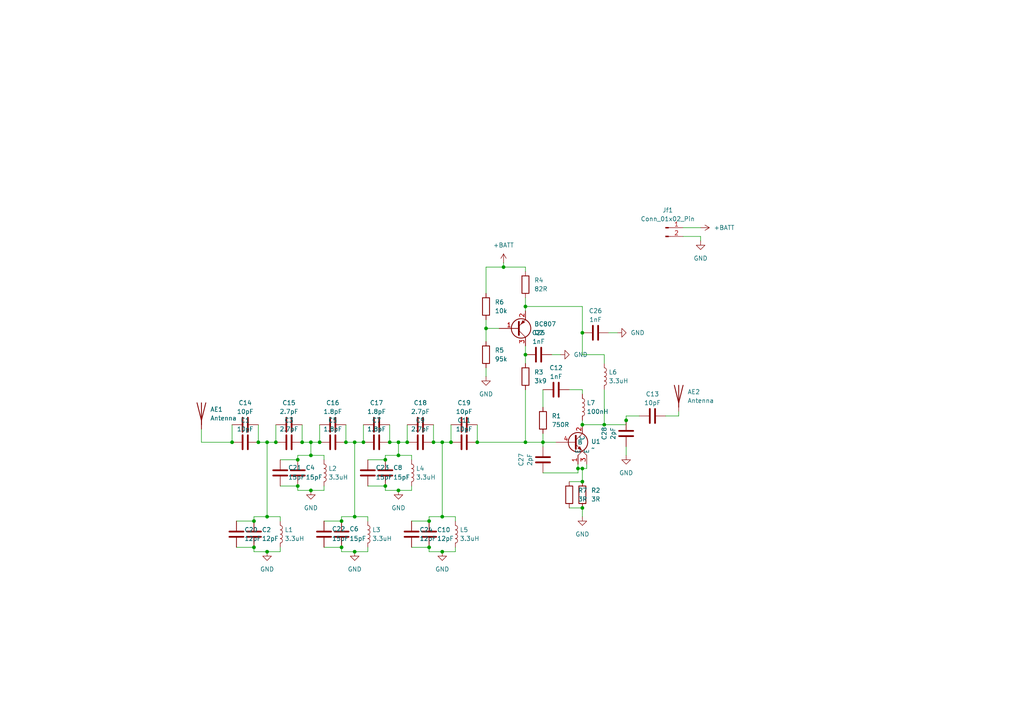
<source format=kicad_sch>
(kicad_sch
	(version 20231120)
	(generator "eeschema")
	(generator_version "8.0")
	(uuid "b6e87b8a-84bb-4b1d-b1c1-1166e85aca4f")
	(paper "A4")
	(lib_symbols
		(symbol "Connector:Conn_01x02_Pin"
			(pin_names
				(offset 1.016) hide)
			(exclude_from_sim no)
			(in_bom yes)
			(on_board yes)
			(property "Reference" "J"
				(at 0 2.54 0)
				(effects
					(font
						(size 1.27 1.27)
					)
				)
			)
			(property "Value" "Conn_01x02_Pin"
				(at 0 -5.08 0)
				(effects
					(font
						(size 1.27 1.27)
					)
				)
			)
			(property "Footprint" ""
				(at 0 0 0)
				(effects
					(font
						(size 1.27 1.27)
					)
					(hide yes)
				)
			)
			(property "Datasheet" "~"
				(at 0 0 0)
				(effects
					(font
						(size 1.27 1.27)
					)
					(hide yes)
				)
			)
			(property "Description" "Generic connector, single row, 01x02, script generated"
				(at 0 0 0)
				(effects
					(font
						(size 1.27 1.27)
					)
					(hide yes)
				)
			)
			(property "ki_locked" ""
				(at 0 0 0)
				(effects
					(font
						(size 1.27 1.27)
					)
				)
			)
			(property "ki_keywords" "connector"
				(at 0 0 0)
				(effects
					(font
						(size 1.27 1.27)
					)
					(hide yes)
				)
			)
			(property "ki_fp_filters" "Connector*:*_1x??_*"
				(at 0 0 0)
				(effects
					(font
						(size 1.27 1.27)
					)
					(hide yes)
				)
			)
			(symbol "Conn_01x02_Pin_1_1"
				(polyline
					(pts
						(xy 1.27 -2.54) (xy 0.8636 -2.54)
					)
					(stroke
						(width 0.1524)
						(type default)
					)
					(fill
						(type none)
					)
				)
				(polyline
					(pts
						(xy 1.27 0) (xy 0.8636 0)
					)
					(stroke
						(width 0.1524)
						(type default)
					)
					(fill
						(type none)
					)
				)
				(rectangle
					(start 0.8636 -2.413)
					(end 0 -2.667)
					(stroke
						(width 0.1524)
						(type default)
					)
					(fill
						(type outline)
					)
				)
				(rectangle
					(start 0.8636 0.127)
					(end 0 -0.127)
					(stroke
						(width 0.1524)
						(type default)
					)
					(fill
						(type outline)
					)
				)
				(pin passive line
					(at 5.08 0 180)
					(length 3.81)
					(name "Pin_1"
						(effects
							(font
								(size 1.27 1.27)
							)
						)
					)
					(number "1"
						(effects
							(font
								(size 1.27 1.27)
							)
						)
					)
				)
				(pin passive line
					(at 5.08 -2.54 180)
					(length 3.81)
					(name "Pin_2"
						(effects
							(font
								(size 1.27 1.27)
							)
						)
					)
					(number "2"
						(effects
							(font
								(size 1.27 1.27)
							)
						)
					)
				)
			)
		)
		(symbol "Custom_Symbols:NPN_ECEB"
			(exclude_from_sim no)
			(in_bom yes)
			(on_board yes)
			(property "Reference" "U"
				(at 0 11.176 0)
				(effects
					(font
						(size 1.27 1.27)
					)
				)
			)
			(property "Value" ""
				(at 0 11.176 0)
				(effects
					(font
						(size 1.27 1.27)
					)
				)
			)
			(property "Footprint" ""
				(at 0 11.176 0)
				(effects
					(font
						(size 1.27 1.27)
					)
					(hide yes)
				)
			)
			(property "Datasheet" ""
				(at 0 11.176 0)
				(effects
					(font
						(size 1.27 1.27)
					)
					(hide yes)
				)
			)
			(property "Description" ""
				(at 0 11.176 0)
				(effects
					(font
						(size 1.27 1.27)
					)
					(hide yes)
				)
			)
			(symbol "NPN_ECEB_0_1"
				(polyline
					(pts
						(xy -0.635 0.635) (xy 1.27 2.54)
					)
					(stroke
						(width 0)
						(type default)
					)
					(fill
						(type none)
					)
				)
				(polyline
					(pts
						(xy -0.635 -0.635) (xy 1.27 -2.54) (xy 1.27 -2.54)
					)
					(stroke
						(width 0)
						(type default)
					)
					(fill
						(type none)
					)
				)
				(polyline
					(pts
						(xy -0.635 1.905) (xy -0.635 -1.905) (xy -0.635 -1.905)
					)
					(stroke
						(width 0.508)
						(type default)
					)
					(fill
						(type none)
					)
				)
				(polyline
					(pts
						(xy 0 -3.81) (xy 1.27 -2.54) (xy 2.54 -3.81)
					)
					(stroke
						(width 0)
						(type default)
					)
					(fill
						(type none)
					)
				)
				(polyline
					(pts
						(xy 0 -1.778) (xy 0.508 -1.27) (xy 1.016 -2.286) (xy 0 -1.778) (xy 0 -1.778)
					)
					(stroke
						(width 0)
						(type default)
					)
					(fill
						(type outline)
					)
				)
				(circle
					(center 0 0)
					(radius 2.8194)
					(stroke
						(width 0.254)
						(type default)
					)
					(fill
						(type none)
					)
				)
			)
			(symbol "NPN_ECEB_1_1"
				(pin passive line
					(at 0 -6.35 90)
					(length 2.54)
					(name "E"
						(effects
							(font
								(size 1.27 1.27)
							)
						)
					)
					(number "1"
						(effects
							(font
								(size 1.27 1.27)
							)
						)
					)
				)
				(pin passive line
					(at 1.27 5.08 270)
					(length 2.54)
					(name "C"
						(effects
							(font
								(size 1.27 1.27)
							)
						)
					)
					(number "2"
						(effects
							(font
								(size 1.27 1.27)
							)
						)
					)
				)
				(pin passive line
					(at 2.54 -6.35 90)
					(length 2.54)
					(name "E"
						(effects
							(font
								(size 1.27 1.27)
							)
						)
					)
					(number "3"
						(effects
							(font
								(size 1.27 1.27)
							)
						)
					)
				)
				(pin input line
					(at -6.35 0 0)
					(length 5.715)
					(name "B"
						(effects
							(font
								(size 1.27 1.27)
							)
						)
					)
					(number "4"
						(effects
							(font
								(size 1.27 1.27)
							)
						)
					)
				)
			)
		)
		(symbol "Device:Antenna"
			(pin_numbers hide)
			(pin_names
				(offset 1.016) hide)
			(exclude_from_sim no)
			(in_bom yes)
			(on_board yes)
			(property "Reference" "AE"
				(at -1.905 1.905 0)
				(effects
					(font
						(size 1.27 1.27)
					)
					(justify right)
				)
			)
			(property "Value" "Antenna"
				(at -1.905 0 0)
				(effects
					(font
						(size 1.27 1.27)
					)
					(justify right)
				)
			)
			(property "Footprint" ""
				(at 0 0 0)
				(effects
					(font
						(size 1.27 1.27)
					)
					(hide yes)
				)
			)
			(property "Datasheet" "~"
				(at 0 0 0)
				(effects
					(font
						(size 1.27 1.27)
					)
					(hide yes)
				)
			)
			(property "Description" "Antenna"
				(at 0 0 0)
				(effects
					(font
						(size 1.27 1.27)
					)
					(hide yes)
				)
			)
			(property "ki_keywords" "antenna"
				(at 0 0 0)
				(effects
					(font
						(size 1.27 1.27)
					)
					(hide yes)
				)
			)
			(symbol "Antenna_0_1"
				(polyline
					(pts
						(xy 0 2.54) (xy 0 -3.81)
					)
					(stroke
						(width 0.254)
						(type default)
					)
					(fill
						(type none)
					)
				)
				(polyline
					(pts
						(xy 1.27 2.54) (xy 0 -2.54) (xy -1.27 2.54)
					)
					(stroke
						(width 0.254)
						(type default)
					)
					(fill
						(type none)
					)
				)
			)
			(symbol "Antenna_1_1"
				(pin input line
					(at 0 -5.08 90)
					(length 2.54)
					(name "A"
						(effects
							(font
								(size 1.27 1.27)
							)
						)
					)
					(number "1"
						(effects
							(font
								(size 1.27 1.27)
							)
						)
					)
				)
			)
		)
		(symbol "Device:C"
			(pin_numbers hide)
			(pin_names
				(offset 0.254)
			)
			(exclude_from_sim no)
			(in_bom yes)
			(on_board yes)
			(property "Reference" "C"
				(at 0.635 2.54 0)
				(effects
					(font
						(size 1.27 1.27)
					)
					(justify left)
				)
			)
			(property "Value" "C"
				(at 0.635 -2.54 0)
				(effects
					(font
						(size 1.27 1.27)
					)
					(justify left)
				)
			)
			(property "Footprint" ""
				(at 0.9652 -3.81 0)
				(effects
					(font
						(size 1.27 1.27)
					)
					(hide yes)
				)
			)
			(property "Datasheet" "~"
				(at 0 0 0)
				(effects
					(font
						(size 1.27 1.27)
					)
					(hide yes)
				)
			)
			(property "Description" "Unpolarized capacitor"
				(at 0 0 0)
				(effects
					(font
						(size 1.27 1.27)
					)
					(hide yes)
				)
			)
			(property "ki_keywords" "cap capacitor"
				(at 0 0 0)
				(effects
					(font
						(size 1.27 1.27)
					)
					(hide yes)
				)
			)
			(property "ki_fp_filters" "C_*"
				(at 0 0 0)
				(effects
					(font
						(size 1.27 1.27)
					)
					(hide yes)
				)
			)
			(symbol "C_0_1"
				(polyline
					(pts
						(xy -2.032 -0.762) (xy 2.032 -0.762)
					)
					(stroke
						(width 0.508)
						(type default)
					)
					(fill
						(type none)
					)
				)
				(polyline
					(pts
						(xy -2.032 0.762) (xy 2.032 0.762)
					)
					(stroke
						(width 0.508)
						(type default)
					)
					(fill
						(type none)
					)
				)
			)
			(symbol "C_1_1"
				(pin passive line
					(at 0 3.81 270)
					(length 2.794)
					(name "~"
						(effects
							(font
								(size 1.27 1.27)
							)
						)
					)
					(number "1"
						(effects
							(font
								(size 1.27 1.27)
							)
						)
					)
				)
				(pin passive line
					(at 0 -3.81 90)
					(length 2.794)
					(name "~"
						(effects
							(font
								(size 1.27 1.27)
							)
						)
					)
					(number "2"
						(effects
							(font
								(size 1.27 1.27)
							)
						)
					)
				)
			)
		)
		(symbol "Device:L"
			(pin_numbers hide)
			(pin_names
				(offset 1.016) hide)
			(exclude_from_sim no)
			(in_bom yes)
			(on_board yes)
			(property "Reference" "L"
				(at -1.27 0 90)
				(effects
					(font
						(size 1.27 1.27)
					)
				)
			)
			(property "Value" "L"
				(at 1.905 0 90)
				(effects
					(font
						(size 1.27 1.27)
					)
				)
			)
			(property "Footprint" ""
				(at 0 0 0)
				(effects
					(font
						(size 1.27 1.27)
					)
					(hide yes)
				)
			)
			(property "Datasheet" "~"
				(at 0 0 0)
				(effects
					(font
						(size 1.27 1.27)
					)
					(hide yes)
				)
			)
			(property "Description" "Inductor"
				(at 0 0 0)
				(effects
					(font
						(size 1.27 1.27)
					)
					(hide yes)
				)
			)
			(property "ki_keywords" "inductor choke coil reactor magnetic"
				(at 0 0 0)
				(effects
					(font
						(size 1.27 1.27)
					)
					(hide yes)
				)
			)
			(property "ki_fp_filters" "Choke_* *Coil* Inductor_* L_*"
				(at 0 0 0)
				(effects
					(font
						(size 1.27 1.27)
					)
					(hide yes)
				)
			)
			(symbol "L_0_1"
				(arc
					(start 0 -2.54)
					(mid 0.6323 -1.905)
					(end 0 -1.27)
					(stroke
						(width 0)
						(type default)
					)
					(fill
						(type none)
					)
				)
				(arc
					(start 0 -1.27)
					(mid 0.6323 -0.635)
					(end 0 0)
					(stroke
						(width 0)
						(type default)
					)
					(fill
						(type none)
					)
				)
				(arc
					(start 0 0)
					(mid 0.6323 0.635)
					(end 0 1.27)
					(stroke
						(width 0)
						(type default)
					)
					(fill
						(type none)
					)
				)
				(arc
					(start 0 1.27)
					(mid 0.6323 1.905)
					(end 0 2.54)
					(stroke
						(width 0)
						(type default)
					)
					(fill
						(type none)
					)
				)
			)
			(symbol "L_1_1"
				(pin passive line
					(at 0 3.81 270)
					(length 1.27)
					(name "1"
						(effects
							(font
								(size 1.27 1.27)
							)
						)
					)
					(number "1"
						(effects
							(font
								(size 1.27 1.27)
							)
						)
					)
				)
				(pin passive line
					(at 0 -3.81 90)
					(length 1.27)
					(name "2"
						(effects
							(font
								(size 1.27 1.27)
							)
						)
					)
					(number "2"
						(effects
							(font
								(size 1.27 1.27)
							)
						)
					)
				)
			)
		)
		(symbol "Device:R"
			(pin_numbers hide)
			(pin_names
				(offset 0)
			)
			(exclude_from_sim no)
			(in_bom yes)
			(on_board yes)
			(property "Reference" "R"
				(at 2.032 0 90)
				(effects
					(font
						(size 1.27 1.27)
					)
				)
			)
			(property "Value" "R"
				(at 0 0 90)
				(effects
					(font
						(size 1.27 1.27)
					)
				)
			)
			(property "Footprint" ""
				(at -1.778 0 90)
				(effects
					(font
						(size 1.27 1.27)
					)
					(hide yes)
				)
			)
			(property "Datasheet" "~"
				(at 0 0 0)
				(effects
					(font
						(size 1.27 1.27)
					)
					(hide yes)
				)
			)
			(property "Description" "Resistor"
				(at 0 0 0)
				(effects
					(font
						(size 1.27 1.27)
					)
					(hide yes)
				)
			)
			(property "ki_keywords" "R res resistor"
				(at 0 0 0)
				(effects
					(font
						(size 1.27 1.27)
					)
					(hide yes)
				)
			)
			(property "ki_fp_filters" "R_*"
				(at 0 0 0)
				(effects
					(font
						(size 1.27 1.27)
					)
					(hide yes)
				)
			)
			(symbol "R_0_1"
				(rectangle
					(start -1.016 -2.54)
					(end 1.016 2.54)
					(stroke
						(width 0.254)
						(type default)
					)
					(fill
						(type none)
					)
				)
			)
			(symbol "R_1_1"
				(pin passive line
					(at 0 3.81 270)
					(length 1.27)
					(name "~"
						(effects
							(font
								(size 1.27 1.27)
							)
						)
					)
					(number "1"
						(effects
							(font
								(size 1.27 1.27)
							)
						)
					)
				)
				(pin passive line
					(at 0 -3.81 90)
					(length 1.27)
					(name "~"
						(effects
							(font
								(size 1.27 1.27)
							)
						)
					)
					(number "2"
						(effects
							(font
								(size 1.27 1.27)
							)
						)
					)
				)
			)
		)
		(symbol "Transistor_BJT:BC807"
			(pin_names
				(offset 0) hide)
			(exclude_from_sim no)
			(in_bom yes)
			(on_board yes)
			(property "Reference" "Q"
				(at 5.08 1.905 0)
				(effects
					(font
						(size 1.27 1.27)
					)
					(justify left)
				)
			)
			(property "Value" "BC807"
				(at 5.08 0 0)
				(effects
					(font
						(size 1.27 1.27)
					)
					(justify left)
				)
			)
			(property "Footprint" "Package_TO_SOT_SMD:SOT-23"
				(at 5.08 -1.905 0)
				(effects
					(font
						(size 1.27 1.27)
						(italic yes)
					)
					(justify left)
					(hide yes)
				)
			)
			(property "Datasheet" "https://www.onsemi.com/pub/Collateral/BC808-D.pdf"
				(at 0 0 0)
				(effects
					(font
						(size 1.27 1.27)
					)
					(justify left)
					(hide yes)
				)
			)
			(property "Description" "0.8A Ic, 45V Vce, PNP Transistor, SOT-23"
				(at 0 0 0)
				(effects
					(font
						(size 1.27 1.27)
					)
					(hide yes)
				)
			)
			(property "ki_keywords" "PNP Transistor"
				(at 0 0 0)
				(effects
					(font
						(size 1.27 1.27)
					)
					(hide yes)
				)
			)
			(property "ki_fp_filters" "SOT?23*"
				(at 0 0 0)
				(effects
					(font
						(size 1.27 1.27)
					)
					(hide yes)
				)
			)
			(symbol "BC807_0_1"
				(polyline
					(pts
						(xy 0.635 0.635) (xy 2.54 2.54)
					)
					(stroke
						(width 0)
						(type default)
					)
					(fill
						(type none)
					)
				)
				(polyline
					(pts
						(xy 0.635 -0.635) (xy 2.54 -2.54) (xy 2.54 -2.54)
					)
					(stroke
						(width 0)
						(type default)
					)
					(fill
						(type none)
					)
				)
				(polyline
					(pts
						(xy 0.635 1.905) (xy 0.635 -1.905) (xy 0.635 -1.905)
					)
					(stroke
						(width 0.508)
						(type default)
					)
					(fill
						(type none)
					)
				)
				(polyline
					(pts
						(xy 2.286 -1.778) (xy 1.778 -2.286) (xy 1.27 -1.27) (xy 2.286 -1.778) (xy 2.286 -1.778)
					)
					(stroke
						(width 0)
						(type default)
					)
					(fill
						(type outline)
					)
				)
				(circle
					(center 1.27 0)
					(radius 2.8194)
					(stroke
						(width 0.254)
						(type default)
					)
					(fill
						(type none)
					)
				)
			)
			(symbol "BC807_1_1"
				(pin input line
					(at -5.08 0 0)
					(length 5.715)
					(name "B"
						(effects
							(font
								(size 1.27 1.27)
							)
						)
					)
					(number "1"
						(effects
							(font
								(size 1.27 1.27)
							)
						)
					)
				)
				(pin passive line
					(at 2.54 -5.08 90)
					(length 2.54)
					(name "E"
						(effects
							(font
								(size 1.27 1.27)
							)
						)
					)
					(number "2"
						(effects
							(font
								(size 1.27 1.27)
							)
						)
					)
				)
				(pin passive line
					(at 2.54 5.08 270)
					(length 2.54)
					(name "C"
						(effects
							(font
								(size 1.27 1.27)
							)
						)
					)
					(number "3"
						(effects
							(font
								(size 1.27 1.27)
							)
						)
					)
				)
			)
		)
		(symbol "power:+BATT"
			(power)
			(pin_numbers hide)
			(pin_names
				(offset 0) hide)
			(exclude_from_sim no)
			(in_bom yes)
			(on_board yes)
			(property "Reference" "#PWR"
				(at 0 -3.81 0)
				(effects
					(font
						(size 1.27 1.27)
					)
					(hide yes)
				)
			)
			(property "Value" "+BATT"
				(at 0 3.556 0)
				(effects
					(font
						(size 1.27 1.27)
					)
				)
			)
			(property "Footprint" ""
				(at 0 0 0)
				(effects
					(font
						(size 1.27 1.27)
					)
					(hide yes)
				)
			)
			(property "Datasheet" ""
				(at 0 0 0)
				(effects
					(font
						(size 1.27 1.27)
					)
					(hide yes)
				)
			)
			(property "Description" "Power symbol creates a global label with name \"+BATT\""
				(at 0 0 0)
				(effects
					(font
						(size 1.27 1.27)
					)
					(hide yes)
				)
			)
			(property "ki_keywords" "global power battery"
				(at 0 0 0)
				(effects
					(font
						(size 1.27 1.27)
					)
					(hide yes)
				)
			)
			(symbol "+BATT_0_1"
				(polyline
					(pts
						(xy -0.762 1.27) (xy 0 2.54)
					)
					(stroke
						(width 0)
						(type default)
					)
					(fill
						(type none)
					)
				)
				(polyline
					(pts
						(xy 0 0) (xy 0 2.54)
					)
					(stroke
						(width 0)
						(type default)
					)
					(fill
						(type none)
					)
				)
				(polyline
					(pts
						(xy 0 2.54) (xy 0.762 1.27)
					)
					(stroke
						(width 0)
						(type default)
					)
					(fill
						(type none)
					)
				)
			)
			(symbol "+BATT_1_1"
				(pin power_in line
					(at 0 0 90)
					(length 0)
					(name "~"
						(effects
							(font
								(size 1.27 1.27)
							)
						)
					)
					(number "1"
						(effects
							(font
								(size 1.27 1.27)
							)
						)
					)
				)
			)
		)
		(symbol "power:GND"
			(power)
			(pin_numbers hide)
			(pin_names
				(offset 0) hide)
			(exclude_from_sim no)
			(in_bom yes)
			(on_board yes)
			(property "Reference" "#PWR"
				(at 0 -6.35 0)
				(effects
					(font
						(size 1.27 1.27)
					)
					(hide yes)
				)
			)
			(property "Value" "GND"
				(at 0 -3.81 0)
				(effects
					(font
						(size 1.27 1.27)
					)
				)
			)
			(property "Footprint" ""
				(at 0 0 0)
				(effects
					(font
						(size 1.27 1.27)
					)
					(hide yes)
				)
			)
			(property "Datasheet" ""
				(at 0 0 0)
				(effects
					(font
						(size 1.27 1.27)
					)
					(hide yes)
				)
			)
			(property "Description" "Power symbol creates a global label with name \"GND\" , ground"
				(at 0 0 0)
				(effects
					(font
						(size 1.27 1.27)
					)
					(hide yes)
				)
			)
			(property "ki_keywords" "global power"
				(at 0 0 0)
				(effects
					(font
						(size 1.27 1.27)
					)
					(hide yes)
				)
			)
			(symbol "GND_0_1"
				(polyline
					(pts
						(xy 0 0) (xy 0 -1.27) (xy 1.27 -1.27) (xy 0 -2.54) (xy -1.27 -1.27) (xy 0 -1.27)
					)
					(stroke
						(width 0)
						(type default)
					)
					(fill
						(type none)
					)
				)
			)
			(symbol "GND_1_1"
				(pin power_in line
					(at 0 0 270)
					(length 0)
					(name "~"
						(effects
							(font
								(size 1.27 1.27)
							)
						)
					)
					(number "1"
						(effects
							(font
								(size 1.27 1.27)
							)
						)
					)
				)
			)
		)
	)
	(junction
		(at 146.05 77.47)
		(diameter 0)
		(color 0 0 0 0)
		(uuid "04c1d580-d558-4836-85a1-048676b6c9a6")
	)
	(junction
		(at 74.93 128.27)
		(diameter 0)
		(color 0 0 0 0)
		(uuid "0c109f63-ef3f-4256-a03f-c9665c2b34b1")
	)
	(junction
		(at 86.36 133.35)
		(diameter 0)
		(color 0 0 0 0)
		(uuid "0c6ee624-b61b-4087-b11d-ea5c7a1e9648")
	)
	(junction
		(at 67.31 128.27)
		(diameter 0)
		(color 0 0 0 0)
		(uuid "0cad5798-6cbb-474e-aeb8-9be456466ea2")
	)
	(junction
		(at 90.17 142.24)
		(diameter 0)
		(color 0 0 0 0)
		(uuid "0e4a467e-e552-4c7a-967c-ab08ebbd4efd")
	)
	(junction
		(at 80.01 128.27)
		(diameter 0)
		(color 0 0 0 0)
		(uuid "0f923b2d-6bd6-4309-923a-96ea25041f69")
	)
	(junction
		(at 168.91 147.32)
		(diameter 0)
		(color 0 0 0 0)
		(uuid "11262f59-b1e4-4b21-919b-297404306f6e")
	)
	(junction
		(at 168.91 123.19)
		(diameter 0)
		(color 0 0 0 0)
		(uuid "16778361-78f8-437e-a8e1-4777d101be21")
	)
	(junction
		(at 86.36 140.97)
		(diameter 0)
		(color 0 0 0 0)
		(uuid "1684d099-3407-425e-8af3-a688645092c4")
	)
	(junction
		(at 128.27 128.27)
		(diameter 0)
		(color 0 0 0 0)
		(uuid "1a0f5e51-ce88-4abd-ab21-fe02ac198e9d")
	)
	(junction
		(at 168.91 139.7)
		(diameter 0)
		(color 0 0 0 0)
		(uuid "260e1513-03d7-43bf-91cd-a165e43a04dc")
	)
	(junction
		(at 99.06 151.13)
		(diameter 0)
		(color 0 0 0 0)
		(uuid "262ab9d2-724c-48be-8745-634bfa85ed40")
	)
	(junction
		(at 115.57 142.24)
		(diameter 0)
		(color 0 0 0 0)
		(uuid "3715659c-2079-4594-9f89-acc78d60c2ce")
	)
	(junction
		(at 118.11 128.27)
		(diameter 0)
		(color 0 0 0 0)
		(uuid "4417e562-b2f4-4bf8-9353-ba69502c1427")
	)
	(junction
		(at 90.17 128.27)
		(diameter 0)
		(color 0 0 0 0)
		(uuid "453159df-9f7f-41be-a44f-289f6459bb96")
	)
	(junction
		(at 77.47 160.02)
		(diameter 0)
		(color 0 0 0 0)
		(uuid "56c0f4b6-186f-4dbc-a756-8d0b056b3923")
	)
	(junction
		(at 124.46 158.75)
		(diameter 0)
		(color 0 0 0 0)
		(uuid "5897de1a-31a2-4005-bed5-a8d38f229440")
	)
	(junction
		(at 111.76 140.97)
		(diameter 0)
		(color 0 0 0 0)
		(uuid "5aceba63-e1dd-4350-9904-5ece6e1a3484")
	)
	(junction
		(at 175.26 123.19)
		(diameter 0)
		(color 0 0 0 0)
		(uuid "6d509c3e-19af-458a-b3c3-09a13314abba")
	)
	(junction
		(at 102.87 160.02)
		(diameter 0)
		(color 0 0 0 0)
		(uuid "72a41b9a-b374-4808-b81c-7621c2ea9b07")
	)
	(junction
		(at 73.66 158.75)
		(diameter 0)
		(color 0 0 0 0)
		(uuid "75b6b88c-049b-4331-8048-b72c67656bc1")
	)
	(junction
		(at 102.87 149.86)
		(diameter 0)
		(color 0 0 0 0)
		(uuid "7d81fcad-3f7c-4eff-8ad5-69bfb34502fd")
	)
	(junction
		(at 99.06 158.75)
		(diameter 0)
		(color 0 0 0 0)
		(uuid "844a0150-edc7-4181-9a03-8410b5e35460")
	)
	(junction
		(at 130.81 128.27)
		(diameter 0)
		(color 0 0 0 0)
		(uuid "8645befc-2257-46bb-b9f9-9d372403f6e8")
	)
	(junction
		(at 102.87 128.27)
		(diameter 0)
		(color 0 0 0 0)
		(uuid "94cfb8e4-5e2d-45ca-8626-4688e93f8ea7")
	)
	(junction
		(at 128.27 160.02)
		(diameter 0)
		(color 0 0 0 0)
		(uuid "a6ae528e-757b-400f-8a6e-ab2c2325696e")
	)
	(junction
		(at 111.76 133.35)
		(diameter 0)
		(color 0 0 0 0)
		(uuid "aa261098-ba8c-44be-9515-611dfc9051bd")
	)
	(junction
		(at 152.4 128.27)
		(diameter 0)
		(color 0 0 0 0)
		(uuid "b1f9956f-68b5-45f5-acca-448658b96ce5")
	)
	(junction
		(at 115.57 132.08)
		(diameter 0)
		(color 0 0 0 0)
		(uuid "b3b7ebf1-94dd-4544-85e1-c4f8dc6dfaf4")
	)
	(junction
		(at 73.66 151.13)
		(diameter 0)
		(color 0 0 0 0)
		(uuid "bb8c24b6-9a46-43b7-951b-3edefcfd990e")
	)
	(junction
		(at 90.17 132.08)
		(diameter 0)
		(color 0 0 0 0)
		(uuid "bdd5a904-addc-4a8a-8785-97627f722cac")
	)
	(junction
		(at 168.91 135.89)
		(diameter 0)
		(color 0 0 0 0)
		(uuid "c042f764-f79b-4172-b429-36903259b035")
	)
	(junction
		(at 100.33 128.27)
		(diameter 0)
		(color 0 0 0 0)
		(uuid "c344f37e-e92e-4ce0-97ab-901e0cc369b5")
	)
	(junction
		(at 115.57 128.27)
		(diameter 0)
		(color 0 0 0 0)
		(uuid "c429493b-8d05-4c59-8c0e-2f63d392e42d")
	)
	(junction
		(at 168.91 96.52)
		(diameter 0)
		(color 0 0 0 0)
		(uuid "c4f201f1-bdef-45ab-8a86-c6c270df0cfa")
	)
	(junction
		(at 77.47 128.27)
		(diameter 0)
		(color 0 0 0 0)
		(uuid "c7954b6a-1d85-4e64-a606-27a50ca4fc7d")
	)
	(junction
		(at 138.43 128.27)
		(diameter 0)
		(color 0 0 0 0)
		(uuid "c92df554-0c53-4113-b27b-c82264631ed8")
	)
	(junction
		(at 152.4 88.9)
		(diameter 0)
		(color 0 0 0 0)
		(uuid "cca7dd8e-03c0-4987-a8e6-2029abd58587")
	)
	(junction
		(at 92.71 128.27)
		(diameter 0)
		(color 0 0 0 0)
		(uuid "ce955eaa-ea07-45a0-bfe9-622f7867070b")
	)
	(junction
		(at 105.41 128.27)
		(diameter 0)
		(color 0 0 0 0)
		(uuid "d4fefadb-d848-4d16-8f19-3f13c5589c3a")
	)
	(junction
		(at 157.48 128.27)
		(diameter 0)
		(color 0 0 0 0)
		(uuid "db9fdafb-788f-4e8e-9514-5fbe2f794905")
	)
	(junction
		(at 125.73 128.27)
		(diameter 0)
		(color 0 0 0 0)
		(uuid "dcb9c3e7-ad41-4bcd-b17c-a5d22e780794")
	)
	(junction
		(at 181.61 121.92)
		(diameter 0)
		(color 0 0 0 0)
		(uuid "dd0c29ff-9b01-43f0-a0c0-077670e7d462")
	)
	(junction
		(at 113.03 128.27)
		(diameter 0)
		(color 0 0 0 0)
		(uuid "e9261cb7-2cdb-4ae2-b24e-c15bfa726904")
	)
	(junction
		(at 128.27 149.86)
		(diameter 0)
		(color 0 0 0 0)
		(uuid "ea3ba960-c790-47e0-ba2e-53e6bd801af8")
	)
	(junction
		(at 77.47 149.86)
		(diameter 0)
		(color 0 0 0 0)
		(uuid "ea58385a-3617-4808-be15-f98316b20510")
	)
	(junction
		(at 152.4 102.87)
		(diameter 0)
		(color 0 0 0 0)
		(uuid "ef9f5b3a-9a73-431e-b002-f899c16fa1e9")
	)
	(junction
		(at 167.64 135.89)
		(diameter 0)
		(color 0 0 0 0)
		(uuid "efdffc8f-5958-4d78-9fb6-949f8a9517b5")
	)
	(junction
		(at 87.63 128.27)
		(diameter 0)
		(color 0 0 0 0)
		(uuid "fe511d35-04cd-44ad-aa88-79f78967cdac")
	)
	(junction
		(at 140.97 95.25)
		(diameter 0)
		(color 0 0 0 0)
		(uuid "febf6f46-8071-450f-9051-916cee828c1b")
	)
	(junction
		(at 124.46 151.13)
		(diameter 0)
		(color 0 0 0 0)
		(uuid "ff1dc24b-7be0-4b05-90ed-245b7d190e33")
	)
	(wire
		(pts
			(xy 86.36 132.08) (xy 90.17 132.08)
		)
		(stroke
			(width 0)
			(type default)
		)
		(uuid "03ebc4f4-8e30-47ba-a6fc-aba7adb9e6ea")
	)
	(wire
		(pts
			(xy 181.61 123.19) (xy 181.61 121.92)
		)
		(stroke
			(width 0)
			(type default)
		)
		(uuid "05caad25-9d2a-444d-9960-2c4cb584a5d9")
	)
	(wire
		(pts
			(xy 132.08 151.13) (xy 132.08 149.86)
		)
		(stroke
			(width 0)
			(type default)
		)
		(uuid "06635952-e657-49a9-a7e6-c8dd257c03d0")
	)
	(wire
		(pts
			(xy 165.1 113.03) (xy 168.91 113.03)
		)
		(stroke
			(width 0)
			(type default)
		)
		(uuid "0f86d83a-e514-4a5c-b11c-d5e8f0a1a0d8")
	)
	(wire
		(pts
			(xy 93.98 142.24) (xy 90.17 142.24)
		)
		(stroke
			(width 0)
			(type default)
		)
		(uuid "1257f29a-27ac-4821-b12b-2e9ee5bd6259")
	)
	(wire
		(pts
			(xy 74.93 128.27) (xy 77.47 128.27)
		)
		(stroke
			(width 0)
			(type default)
		)
		(uuid "1304b25a-681f-400f-9276-b8bf2c09df53")
	)
	(wire
		(pts
			(xy 106.68 133.35) (xy 111.76 133.35)
		)
		(stroke
			(width 0)
			(type default)
		)
		(uuid "183d8973-3f39-4c70-924d-1bfbc65f59d6")
	)
	(wire
		(pts
			(xy 175.26 123.19) (xy 181.61 123.19)
		)
		(stroke
			(width 0)
			(type default)
		)
		(uuid "18a4b072-815f-4616-b8d9-4d5e1bbaa951")
	)
	(wire
		(pts
			(xy 93.98 132.08) (xy 90.17 132.08)
		)
		(stroke
			(width 0)
			(type default)
		)
		(uuid "1bee76dc-f4b5-49d3-be46-fb70060a50a0")
	)
	(wire
		(pts
			(xy 119.38 158.75) (xy 124.46 158.75)
		)
		(stroke
			(width 0)
			(type default)
		)
		(uuid "1c27d730-0d3e-446c-8b81-16834e77b05c")
	)
	(wire
		(pts
			(xy 128.27 160.02) (xy 124.46 160.02)
		)
		(stroke
			(width 0)
			(type default)
		)
		(uuid "1cb21bf4-d884-4073-8bc9-6a186624b89e")
	)
	(wire
		(pts
			(xy 87.63 128.27) (xy 90.17 128.27)
		)
		(stroke
			(width 0)
			(type default)
		)
		(uuid "1d03f88c-6bdf-46c9-9fae-d16fa92a9f8a")
	)
	(wire
		(pts
			(xy 73.66 160.02) (xy 73.66 158.75)
		)
		(stroke
			(width 0)
			(type default)
		)
		(uuid "20634210-e785-414b-af77-5dc9a63d0853")
	)
	(wire
		(pts
			(xy 86.36 142.24) (xy 86.36 140.97)
		)
		(stroke
			(width 0)
			(type default)
		)
		(uuid "210a35c6-3945-42b4-afed-577ac4a43b43")
	)
	(wire
		(pts
			(xy 124.46 151.13) (xy 124.46 149.86)
		)
		(stroke
			(width 0)
			(type default)
		)
		(uuid "217ca406-72c9-415d-ad33-017444873975")
	)
	(wire
		(pts
			(xy 58.42 128.27) (xy 67.31 128.27)
		)
		(stroke
			(width 0)
			(type default)
		)
		(uuid "23813f9b-8067-4d9c-83c8-02865c32b450")
	)
	(wire
		(pts
			(xy 140.97 99.06) (xy 140.97 95.25)
		)
		(stroke
			(width 0)
			(type default)
		)
		(uuid "244a7b01-1e65-47dd-a112-d125e7c086e9")
	)
	(wire
		(pts
			(xy 181.61 120.65) (xy 185.42 120.65)
		)
		(stroke
			(width 0)
			(type default)
		)
		(uuid "2466870c-b889-4d79-8506-b1f502f4de73")
	)
	(wire
		(pts
			(xy 102.87 160.02) (xy 99.06 160.02)
		)
		(stroke
			(width 0)
			(type default)
		)
		(uuid "24dd5dce-9ed5-473c-a251-9dcf7ca4ed1d")
	)
	(wire
		(pts
			(xy 168.91 113.03) (xy 168.91 114.3)
		)
		(stroke
			(width 0)
			(type default)
		)
		(uuid "272e2d31-a424-48d0-bb3b-136bfe64209a")
	)
	(wire
		(pts
			(xy 74.93 123.19) (xy 74.93 128.27)
		)
		(stroke
			(width 0)
			(type default)
		)
		(uuid "2846bb6c-da9a-4b67-a69b-e618fe775573")
	)
	(wire
		(pts
			(xy 165.1 147.32) (xy 168.91 147.32)
		)
		(stroke
			(width 0)
			(type default)
		)
		(uuid "2a242300-2989-4f5e-9913-8a27b5f45242")
	)
	(wire
		(pts
			(xy 80.01 123.19) (xy 80.01 128.27)
		)
		(stroke
			(width 0)
			(type default)
		)
		(uuid "2ab9aef1-7dfc-45e9-82c3-f64b1fea0e16")
	)
	(wire
		(pts
			(xy 81.28 158.75) (xy 81.28 160.02)
		)
		(stroke
			(width 0)
			(type default)
		)
		(uuid "2bd862a5-e1ce-4907-9a95-89e3f789977f")
	)
	(wire
		(pts
			(xy 111.76 132.08) (xy 115.57 132.08)
		)
		(stroke
			(width 0)
			(type default)
		)
		(uuid "2d7791a4-ace2-4aab-b7f0-131e74242d67")
	)
	(wire
		(pts
			(xy 118.11 123.19) (xy 118.11 128.27)
		)
		(stroke
			(width 0)
			(type default)
		)
		(uuid "2dc66dcd-5723-4a4c-8545-98933015687c")
	)
	(wire
		(pts
			(xy 152.4 102.87) (xy 152.4 105.41)
		)
		(stroke
			(width 0)
			(type default)
		)
		(uuid "2ddd9552-41de-40e5-9567-6c7bb05b403c")
	)
	(wire
		(pts
			(xy 152.4 128.27) (xy 157.48 128.27)
		)
		(stroke
			(width 0)
			(type default)
		)
		(uuid "332d3cbc-2025-4e03-afbd-10b11acffd57")
	)
	(wire
		(pts
			(xy 138.43 123.19) (xy 138.43 128.27)
		)
		(stroke
			(width 0)
			(type default)
		)
		(uuid "332fd446-3b8b-4560-baae-309058268ff6")
	)
	(wire
		(pts
			(xy 111.76 142.24) (xy 111.76 140.97)
		)
		(stroke
			(width 0)
			(type default)
		)
		(uuid "35f71ad3-0717-4a00-bd52-f0722ab4a1cd")
	)
	(wire
		(pts
			(xy 157.48 128.27) (xy 161.29 128.27)
		)
		(stroke
			(width 0)
			(type default)
		)
		(uuid "3641de36-eac3-4906-8c68-67d3235279ad")
	)
	(wire
		(pts
			(xy 115.57 128.27) (xy 115.57 132.08)
		)
		(stroke
			(width 0)
			(type default)
		)
		(uuid "3644f9a8-6908-4fc8-b3d4-5075f17cd70e")
	)
	(wire
		(pts
			(xy 119.38 132.08) (xy 115.57 132.08)
		)
		(stroke
			(width 0)
			(type default)
		)
		(uuid "375e42c2-f780-4413-8c0c-2bd8a4b0c1c3")
	)
	(wire
		(pts
			(xy 90.17 142.24) (xy 86.36 142.24)
		)
		(stroke
			(width 0)
			(type default)
		)
		(uuid "3aed09b1-4757-4885-99b5-a91d0c1366de")
	)
	(wire
		(pts
			(xy 86.36 133.35) (xy 86.36 132.08)
		)
		(stroke
			(width 0)
			(type default)
		)
		(uuid "3c951949-d2af-482f-afa0-3cf9e1fa171c")
	)
	(wire
		(pts
			(xy 77.47 160.02) (xy 73.66 160.02)
		)
		(stroke
			(width 0)
			(type default)
		)
		(uuid "3e872c91-e337-477b-aa59-58e35a1d3680")
	)
	(wire
		(pts
			(xy 113.03 128.27) (xy 115.57 128.27)
		)
		(stroke
			(width 0)
			(type default)
		)
		(uuid "3eceeffb-944d-42b5-b4db-3acaacad9e43")
	)
	(wire
		(pts
			(xy 106.68 140.97) (xy 111.76 140.97)
		)
		(stroke
			(width 0)
			(type default)
		)
		(uuid "42735b1c-d1d4-4753-834d-689ffa2050dd")
	)
	(wire
		(pts
			(xy 81.28 140.97) (xy 86.36 140.97)
		)
		(stroke
			(width 0)
			(type default)
		)
		(uuid "442d4f93-6dab-4ca0-bf2c-190d5a8e3a36")
	)
	(wire
		(pts
			(xy 168.91 102.87) (xy 168.91 96.52)
		)
		(stroke
			(width 0)
			(type default)
		)
		(uuid "452063fe-ec8a-4d56-a0eb-6f5cc1f7d29d")
	)
	(wire
		(pts
			(xy 152.4 100.33) (xy 152.4 102.87)
		)
		(stroke
			(width 0)
			(type default)
		)
		(uuid "46b24d46-d89a-464d-9066-b1be55a20740")
	)
	(wire
		(pts
			(xy 168.91 96.52) (xy 168.91 88.9)
		)
		(stroke
			(width 0)
			(type default)
		)
		(uuid "47b01817-ad9a-4071-8943-654035858aff")
	)
	(wire
		(pts
			(xy 196.85 120.65) (xy 193.04 120.65)
		)
		(stroke
			(width 0)
			(type default)
		)
		(uuid "493e1519-14bb-4f04-827e-3f5f6fa2f3fd")
	)
	(wire
		(pts
			(xy 90.17 128.27) (xy 92.71 128.27)
		)
		(stroke
			(width 0)
			(type default)
		)
		(uuid "4ba74073-7b49-4a9e-9db9-37f9ba46e924")
	)
	(wire
		(pts
			(xy 87.63 123.19) (xy 87.63 128.27)
		)
		(stroke
			(width 0)
			(type default)
		)
		(uuid "4c635c24-0c2a-4e31-b8ee-085d2689bb52")
	)
	(wire
		(pts
			(xy 198.12 66.04) (xy 203.2 66.04)
		)
		(stroke
			(width 0)
			(type default)
		)
		(uuid "4ee8169a-29eb-45e0-abeb-df7ae6ab192b")
	)
	(wire
		(pts
			(xy 146.05 76.2) (xy 146.05 77.47)
		)
		(stroke
			(width 0)
			(type default)
		)
		(uuid "4f0ce301-2855-487e-ba2b-8b7463018834")
	)
	(wire
		(pts
			(xy 125.73 128.27) (xy 128.27 128.27)
		)
		(stroke
			(width 0)
			(type default)
		)
		(uuid "4fed7f5c-a738-4f6c-9580-15325d27f893")
	)
	(wire
		(pts
			(xy 102.87 128.27) (xy 102.87 149.86)
		)
		(stroke
			(width 0)
			(type default)
		)
		(uuid "53978504-6197-4483-a8cd-449580f4027e")
	)
	(wire
		(pts
			(xy 92.71 123.19) (xy 92.71 128.27)
		)
		(stroke
			(width 0)
			(type default)
		)
		(uuid "54387812-aba8-420c-8776-d9443145e66c")
	)
	(wire
		(pts
			(xy 68.58 158.75) (xy 73.66 158.75)
		)
		(stroke
			(width 0)
			(type default)
		)
		(uuid "564785d1-b3d8-437a-bbc1-6b8f9a19662a")
	)
	(wire
		(pts
			(xy 124.46 160.02) (xy 124.46 158.75)
		)
		(stroke
			(width 0)
			(type default)
		)
		(uuid "58f60026-843a-4b92-af65-fee77b75a619")
	)
	(wire
		(pts
			(xy 93.98 133.35) (xy 93.98 132.08)
		)
		(stroke
			(width 0)
			(type default)
		)
		(uuid "593c2c7f-9850-4600-906b-9e81a55e5ea1")
	)
	(wire
		(pts
			(xy 167.64 137.16) (xy 167.64 135.89)
		)
		(stroke
			(width 0)
			(type default)
		)
		(uuid "59ced0c6-4ad6-46a4-aead-24fd35ff291e")
	)
	(wire
		(pts
			(xy 140.97 77.47) (xy 146.05 77.47)
		)
		(stroke
			(width 0)
			(type default)
		)
		(uuid "5a91f02e-5870-4519-93ad-38fc72699305")
	)
	(wire
		(pts
			(xy 181.61 120.65) (xy 181.61 121.92)
		)
		(stroke
			(width 0)
			(type default)
		)
		(uuid "5c2e0996-67cd-4d7c-9513-0283920d0b45")
	)
	(wire
		(pts
			(xy 167.64 135.89) (xy 167.64 134.62)
		)
		(stroke
			(width 0)
			(type default)
		)
		(uuid "5e912d64-e922-418b-bc70-220df3256fd8")
	)
	(wire
		(pts
			(xy 168.91 135.89) (xy 170.18 135.89)
		)
		(stroke
			(width 0)
			(type default)
		)
		(uuid "60058708-2081-44ac-a711-206221f98b22")
	)
	(wire
		(pts
			(xy 100.33 123.19) (xy 100.33 128.27)
		)
		(stroke
			(width 0)
			(type default)
		)
		(uuid "628173e5-f916-4ccf-9a2c-d962d42fc54c")
	)
	(wire
		(pts
			(xy 77.47 128.27) (xy 80.01 128.27)
		)
		(stroke
			(width 0)
			(type default)
		)
		(uuid "64c64cc4-a5dc-4dd7-9544-d3254ed74bec")
	)
	(wire
		(pts
			(xy 132.08 160.02) (xy 128.27 160.02)
		)
		(stroke
			(width 0)
			(type default)
		)
		(uuid "64eb92ae-11dc-4f78-8022-8e06b105a9ec")
	)
	(wire
		(pts
			(xy 168.91 135.89) (xy 168.91 139.7)
		)
		(stroke
			(width 0)
			(type default)
		)
		(uuid "67420c0c-08c0-4e48-89e3-ab8846c1749d")
	)
	(wire
		(pts
			(xy 203.2 69.85) (xy 203.2 68.58)
		)
		(stroke
			(width 0)
			(type default)
		)
		(uuid "68b1f30f-1bf2-4a81-b715-c8c0b0eb23cf")
	)
	(wire
		(pts
			(xy 165.1 139.7) (xy 168.91 139.7)
		)
		(stroke
			(width 0)
			(type default)
		)
		(uuid "6943de9d-5918-4898-9e89-cfb4b08eae08")
	)
	(wire
		(pts
			(xy 124.46 149.86) (xy 128.27 149.86)
		)
		(stroke
			(width 0)
			(type default)
		)
		(uuid "6979fe36-9307-4356-8141-688799f6dce0")
	)
	(wire
		(pts
			(xy 152.4 78.74) (xy 152.4 77.47)
		)
		(stroke
			(width 0)
			(type default)
		)
		(uuid "6c331e43-2cac-4629-be25-fdae3025120d")
	)
	(wire
		(pts
			(xy 111.76 133.35) (xy 111.76 132.08)
		)
		(stroke
			(width 0)
			(type default)
		)
		(uuid "6e260c2b-29e2-4f86-8d22-b1fcd5e3a4e9")
	)
	(wire
		(pts
			(xy 140.97 85.09) (xy 140.97 77.47)
		)
		(stroke
			(width 0)
			(type default)
		)
		(uuid "70b0fba3-3bc8-459f-958a-7a3b4fd9fefa")
	)
	(wire
		(pts
			(xy 168.91 147.32) (xy 168.91 149.86)
		)
		(stroke
			(width 0)
			(type default)
		)
		(uuid "71a44a58-257f-4f88-9d12-1aeddb0afc8e")
	)
	(wire
		(pts
			(xy 102.87 128.27) (xy 105.41 128.27)
		)
		(stroke
			(width 0)
			(type default)
		)
		(uuid "737d32be-0cfd-4756-9974-43cec79ca757")
	)
	(wire
		(pts
			(xy 93.98 140.97) (xy 93.98 142.24)
		)
		(stroke
			(width 0)
			(type default)
		)
		(uuid "74d889a4-6709-4803-9ae8-a4a6717ae5c1")
	)
	(wire
		(pts
			(xy 181.61 129.54) (xy 181.61 132.08)
		)
		(stroke
			(width 0)
			(type default)
		)
		(uuid "765151ff-9ab4-4033-b675-5dfa72f0761e")
	)
	(wire
		(pts
			(xy 81.28 133.35) (xy 86.36 133.35)
		)
		(stroke
			(width 0)
			(type default)
		)
		(uuid "78708eec-aae9-4444-99c7-2cca4ac24557")
	)
	(wire
		(pts
			(xy 140.97 95.25) (xy 144.78 95.25)
		)
		(stroke
			(width 0)
			(type default)
		)
		(uuid "78ecb0a1-c2ee-4869-9974-0378ca0c1914")
	)
	(wire
		(pts
			(xy 198.12 68.58) (xy 203.2 68.58)
		)
		(stroke
			(width 0)
			(type default)
		)
		(uuid "7d373d6a-ed3f-4e30-8181-8ad223633936")
	)
	(wire
		(pts
			(xy 168.91 121.92) (xy 168.91 123.19)
		)
		(stroke
			(width 0)
			(type default)
		)
		(uuid "826d566c-d332-4be3-8528-6337db093085")
	)
	(wire
		(pts
			(xy 81.28 151.13) (xy 81.28 149.86)
		)
		(stroke
			(width 0)
			(type default)
		)
		(uuid "848ee8bd-bd64-44d1-8ce5-ea2ce2bce79b")
	)
	(wire
		(pts
			(xy 175.26 105.41) (xy 175.26 102.87)
		)
		(stroke
			(width 0)
			(type default)
		)
		(uuid "8914553e-09e1-4f2a-aed9-80a800530f50")
	)
	(wire
		(pts
			(xy 157.48 113.03) (xy 157.48 118.11)
		)
		(stroke
			(width 0)
			(type default)
		)
		(uuid "8aae53a9-0456-4f30-8bc3-a091547c2166")
	)
	(wire
		(pts
			(xy 196.85 120.65) (xy 196.85 119.38)
		)
		(stroke
			(width 0)
			(type default)
		)
		(uuid "8b630db6-dfc5-41ec-80f4-38ca40220b9b")
	)
	(wire
		(pts
			(xy 132.08 158.75) (xy 132.08 160.02)
		)
		(stroke
			(width 0)
			(type default)
		)
		(uuid "8c8b5d8a-8e8d-40d2-8620-7de18c7a797c")
	)
	(wire
		(pts
			(xy 152.4 88.9) (xy 152.4 90.17)
		)
		(stroke
			(width 0)
			(type default)
		)
		(uuid "92bf79e9-afca-43f1-bb4e-c713c2271427")
	)
	(wire
		(pts
			(xy 175.26 102.87) (xy 168.91 102.87)
		)
		(stroke
			(width 0)
			(type default)
		)
		(uuid "942beeaa-1185-4889-819e-088940f1599b")
	)
	(wire
		(pts
			(xy 68.58 151.13) (xy 73.66 151.13)
		)
		(stroke
			(width 0)
			(type default)
		)
		(uuid "97242aea-e52b-44c2-a854-4312fc739cae")
	)
	(wire
		(pts
			(xy 125.73 123.19) (xy 125.73 128.27)
		)
		(stroke
			(width 0)
			(type default)
		)
		(uuid "977e4249-73e3-4feb-9224-3af327b6bf2b")
	)
	(wire
		(pts
			(xy 106.68 160.02) (xy 102.87 160.02)
		)
		(stroke
			(width 0)
			(type default)
		)
		(uuid "98e00c5b-5512-4b47-b577-74a2d38178f6")
	)
	(wire
		(pts
			(xy 106.68 151.13) (xy 106.68 149.86)
		)
		(stroke
			(width 0)
			(type default)
		)
		(uuid "99dbb8d6-faa6-4c93-8832-a3667825fdbe")
	)
	(wire
		(pts
			(xy 115.57 142.24) (xy 111.76 142.24)
		)
		(stroke
			(width 0)
			(type default)
		)
		(uuid "9e1368f8-8b4c-4970-a33f-c5fc980167c3")
	)
	(wire
		(pts
			(xy 90.17 128.27) (xy 90.17 132.08)
		)
		(stroke
			(width 0)
			(type default)
		)
		(uuid "9eb79438-37cb-423a-8686-67f3b3b37ed0")
	)
	(wire
		(pts
			(xy 160.02 102.87) (xy 162.56 102.87)
		)
		(stroke
			(width 0)
			(type default)
		)
		(uuid "a0f0a4fa-35a8-42d0-9c1b-5b3dae37afd8")
	)
	(wire
		(pts
			(xy 105.41 123.19) (xy 105.41 128.27)
		)
		(stroke
			(width 0)
			(type default)
		)
		(uuid "a89d21f6-021b-420f-9998-eea6ec800c61")
	)
	(wire
		(pts
			(xy 119.38 142.24) (xy 115.57 142.24)
		)
		(stroke
			(width 0)
			(type default)
		)
		(uuid "a8ae9bbc-05be-4775-b0ff-3af916a55b84")
	)
	(wire
		(pts
			(xy 119.38 140.97) (xy 119.38 142.24)
		)
		(stroke
			(width 0)
			(type default)
		)
		(uuid "acd28d7e-88a4-4d20-a823-4f9489eedff1")
	)
	(wire
		(pts
			(xy 99.06 160.02) (xy 99.06 158.75)
		)
		(stroke
			(width 0)
			(type default)
		)
		(uuid "ad927790-bb64-405b-a026-8741349a86ee")
	)
	(wire
		(pts
			(xy 73.66 151.13) (xy 73.66 149.86)
		)
		(stroke
			(width 0)
			(type default)
		)
		(uuid "aef3bd63-841d-4a3e-9797-195eea5adfe1")
	)
	(wire
		(pts
			(xy 115.57 128.27) (xy 118.11 128.27)
		)
		(stroke
			(width 0)
			(type default)
		)
		(uuid "af328c4f-0138-4538-97f9-64b2c9512a91")
	)
	(wire
		(pts
			(xy 157.48 125.73) (xy 157.48 128.27)
		)
		(stroke
			(width 0)
			(type default)
		)
		(uuid "b18a058a-da96-4bda-85ba-4d044181f61a")
	)
	(wire
		(pts
			(xy 128.27 128.27) (xy 128.27 149.86)
		)
		(stroke
			(width 0)
			(type default)
		)
		(uuid "b19d2c95-8e59-4dc6-b429-f5bf654fe8c5")
	)
	(wire
		(pts
			(xy 140.97 95.25) (xy 140.97 92.71)
		)
		(stroke
			(width 0)
			(type default)
		)
		(uuid "b3b9c2f1-9ca9-4341-83b6-fcb58e3f442f")
	)
	(wire
		(pts
			(xy 152.4 113.03) (xy 152.4 128.27)
		)
		(stroke
			(width 0)
			(type default)
		)
		(uuid "b77c655f-b23e-4332-8fb1-447920a4cec8")
	)
	(wire
		(pts
			(xy 77.47 128.27) (xy 77.47 149.86)
		)
		(stroke
			(width 0)
			(type default)
		)
		(uuid "b8c89271-81a7-4a73-8ba5-9db09511b07b")
	)
	(wire
		(pts
			(xy 81.28 149.86) (xy 77.47 149.86)
		)
		(stroke
			(width 0)
			(type default)
		)
		(uuid "b91c421d-71d8-42d1-8b41-f3305075de72")
	)
	(wire
		(pts
			(xy 99.06 149.86) (xy 102.87 149.86)
		)
		(stroke
			(width 0)
			(type default)
		)
		(uuid "bb525e0d-e2ff-4095-a513-c3aa6c19ca09")
	)
	(wire
		(pts
			(xy 157.48 128.27) (xy 157.48 129.54)
		)
		(stroke
			(width 0)
			(type default)
		)
		(uuid "bcfacf17-65bc-4410-95bf-db5784c51f0c")
	)
	(wire
		(pts
			(xy 168.91 88.9) (xy 152.4 88.9)
		)
		(stroke
			(width 0)
			(type default)
		)
		(uuid "c049d7cd-b8bb-4931-9685-65622c201e7e")
	)
	(wire
		(pts
			(xy 81.28 160.02) (xy 77.47 160.02)
		)
		(stroke
			(width 0)
			(type default)
		)
		(uuid "c282a374-fb1f-40e1-b162-f5901d4d25cb")
	)
	(wire
		(pts
			(xy 128.27 128.27) (xy 130.81 128.27)
		)
		(stroke
			(width 0)
			(type default)
		)
		(uuid "c30a0ea6-c095-469d-b702-83b7b0ef0b9c")
	)
	(wire
		(pts
			(xy 168.91 123.19) (xy 175.26 123.19)
		)
		(stroke
			(width 0)
			(type default)
		)
		(uuid "c322642a-38f4-4e5f-81fa-4b7f502651e4")
	)
	(wire
		(pts
			(xy 152.4 86.36) (xy 152.4 88.9)
		)
		(stroke
			(width 0)
			(type default)
		)
		(uuid "cb18cc72-c413-4f27-b576-ee4b0bb80b90")
	)
	(wire
		(pts
			(xy 138.43 128.27) (xy 152.4 128.27)
		)
		(stroke
			(width 0)
			(type default)
		)
		(uuid "cba63928-8bc3-4833-93a0-b29ab02e7ab5")
	)
	(wire
		(pts
			(xy 106.68 158.75) (xy 106.68 160.02)
		)
		(stroke
			(width 0)
			(type default)
		)
		(uuid "cc23b135-b024-48b4-864b-78b5ac208cb7")
	)
	(wire
		(pts
			(xy 93.98 158.75) (xy 99.06 158.75)
		)
		(stroke
			(width 0)
			(type default)
		)
		(uuid "ccda6c70-482b-4d69-ada2-d0eb2ce58341")
	)
	(wire
		(pts
			(xy 67.31 123.19) (xy 67.31 128.27)
		)
		(stroke
			(width 0)
			(type default)
		)
		(uuid "cefab838-f400-4df0-b355-f295434a6a70")
	)
	(wire
		(pts
			(xy 157.48 137.16) (xy 167.64 137.16)
		)
		(stroke
			(width 0)
			(type default)
		)
		(uuid "d0d24655-573e-4f2c-bec3-d282270d7449")
	)
	(wire
		(pts
			(xy 140.97 106.68) (xy 140.97 109.22)
		)
		(stroke
			(width 0)
			(type default)
		)
		(uuid "d1234f4d-453a-4a52-b714-d269ef1edbe2")
	)
	(wire
		(pts
			(xy 132.08 149.86) (xy 128.27 149.86)
		)
		(stroke
			(width 0)
			(type default)
		)
		(uuid "d195be35-86ac-43c1-a451-0de8b4224404")
	)
	(wire
		(pts
			(xy 58.42 128.27) (xy 58.42 124.46)
		)
		(stroke
			(width 0)
			(type default)
		)
		(uuid "d3063085-2343-41ed-ad17-0fb4b25ac31f")
	)
	(wire
		(pts
			(xy 175.26 113.03) (xy 175.26 123.19)
		)
		(stroke
			(width 0)
			(type default)
		)
		(uuid "db37f1d8-75a2-4106-8640-82bb1ce3d4c1")
	)
	(wire
		(pts
			(xy 119.38 133.35) (xy 119.38 132.08)
		)
		(stroke
			(width 0)
			(type default)
		)
		(uuid "e30282a4-8f20-4a82-ae49-848f41651dc2")
	)
	(wire
		(pts
			(xy 99.06 151.13) (xy 99.06 149.86)
		)
		(stroke
			(width 0)
			(type default)
		)
		(uuid "ea3c7809-df12-49ab-b86f-5903c84c42c8")
	)
	(wire
		(pts
			(xy 113.03 123.19) (xy 113.03 128.27)
		)
		(stroke
			(width 0)
			(type default)
		)
		(uuid "eb0817a5-8d14-4538-8753-8738d120163b")
	)
	(wire
		(pts
			(xy 170.18 135.89) (xy 170.18 134.62)
		)
		(stroke
			(width 0)
			(type default)
		)
		(uuid "ed0df3cc-ecef-4201-ab9f-6ac6cd36aa6b")
	)
	(wire
		(pts
			(xy 100.33 128.27) (xy 102.87 128.27)
		)
		(stroke
			(width 0)
			(type default)
		)
		(uuid "ed5350ce-9472-4691-81e0-87f2dffcbf03")
	)
	(wire
		(pts
			(xy 106.68 149.86) (xy 102.87 149.86)
		)
		(stroke
			(width 0)
			(type default)
		)
		(uuid "eeb89400-96a1-406e-b1c2-62d8247d12bc")
	)
	(wire
		(pts
			(xy 73.66 149.86) (xy 77.47 149.86)
		)
		(stroke
			(width 0)
			(type default)
		)
		(uuid "ef195342-9014-49b3-b546-c6cd9f33b8ab")
	)
	(wire
		(pts
			(xy 93.98 151.13) (xy 99.06 151.13)
		)
		(stroke
			(width 0)
			(type default)
		)
		(uuid "eff42f9a-06e2-4b1b-9cf5-8fe9226bd4af")
	)
	(wire
		(pts
			(xy 152.4 77.47) (xy 146.05 77.47)
		)
		(stroke
			(width 0)
			(type default)
		)
		(uuid "f177ab9c-44e0-4550-8275-f605caa0e63c")
	)
	(wire
		(pts
			(xy 130.81 123.19) (xy 130.81 128.27)
		)
		(stroke
			(width 0)
			(type default)
		)
		(uuid "f5923d48-8fe8-4a8c-becb-6414cd4eca9a")
	)
	(wire
		(pts
			(xy 119.38 151.13) (xy 124.46 151.13)
		)
		(stroke
			(width 0)
			(type default)
		)
		(uuid "f592724c-26a2-4090-8f8f-ac39102c9b0d")
	)
	(wire
		(pts
			(xy 168.91 135.89) (xy 167.64 135.89)
		)
		(stroke
			(width 0)
			(type default)
		)
		(uuid "ff11aa90-75e1-48f1-a8c3-703fe307dd7b")
	)
	(wire
		(pts
			(xy 176.53 96.52) (xy 179.07 96.52)
		)
		(stroke
			(width 0)
			(type default)
		)
		(uuid "ff265eb7-287a-4469-a38a-0b8949fbc654")
	)
	(symbol
		(lib_id "Device:C")
		(at 134.62 128.27 270)
		(mirror x)
		(unit 1)
		(exclude_from_sim no)
		(in_bom yes)
		(on_board yes)
		(dnp no)
		(uuid "00462e04-839e-40ba-aa24-d50880afa595")
		(property "Reference" "C11"
			(at 134.62 121.92 90)
			(effects
				(font
					(size 1.27 1.27)
				)
			)
		)
		(property "Value" "10pF"
			(at 134.62 124.46 90)
			(effects
				(font
					(size 1.27 1.27)
				)
			)
		)
		(property "Footprint" "Capacitor_SMD:C_0603_1608Metric"
			(at 130.81 127.3048 0)
			(effects
				(font
					(size 1.27 1.27)
				)
				(hide yes)
			)
		)
		(property "Datasheet" "~"
			(at 134.62 128.27 0)
			(effects
				(font
					(size 1.27 1.27)
				)
				(hide yes)
			)
		)
		(property "Description" "Unpolarized capacitor"
			(at 134.62 128.27 0)
			(effects
				(font
					(size 1.27 1.27)
				)
				(hide yes)
			)
		)
		(pin "2"
			(uuid "2b968998-d4a9-4808-b4b5-0abaddb9739e")
		)
		(pin "1"
			(uuid "aec96030-40e7-4c5f-93ad-16547d7e3a48")
		)
		(instances
			(project "115_140_preamp"
				(path "/b6e87b8a-84bb-4b1d-b1c1-1166e85aca4f"
					(reference "C11")
					(unit 1)
				)
			)
		)
	)
	(symbol
		(lib_id "Device:R")
		(at 152.4 82.55 0)
		(unit 1)
		(exclude_from_sim no)
		(in_bom yes)
		(on_board yes)
		(dnp no)
		(fields_autoplaced yes)
		(uuid "0302ff3f-cb36-40c2-9d46-5b6848c60d52")
		(property "Reference" "R4"
			(at 154.94 81.2799 0)
			(effects
				(font
					(size 1.27 1.27)
				)
				(justify left)
			)
		)
		(property "Value" "82R"
			(at 154.94 83.8199 0)
			(effects
				(font
					(size 1.27 1.27)
				)
				(justify left)
			)
		)
		(property "Footprint" "Resistor_SMD:R_0603_1608Metric"
			(at 150.622 82.55 90)
			(effects
				(font
					(size 1.27 1.27)
				)
				(hide yes)
			)
		)
		(property "Datasheet" "~"
			(at 152.4 82.55 0)
			(effects
				(font
					(size 1.27 1.27)
				)
				(hide yes)
			)
		)
		(property "Description" "Resistor"
			(at 152.4 82.55 0)
			(effects
				(font
					(size 1.27 1.27)
				)
				(hide yes)
			)
		)
		(pin "2"
			(uuid "0f7f3949-79bf-4295-9d75-9b2cb44f4fbf")
		)
		(pin "1"
			(uuid "f2b99967-367a-41f9-afb9-26f9f2b75628")
		)
		(instances
			(project "115_140_preamp"
				(path "/b6e87b8a-84bb-4b1d-b1c1-1166e85aca4f"
					(reference "R4")
					(unit 1)
				)
			)
		)
	)
	(symbol
		(lib_id "Device:C")
		(at 83.82 128.27 90)
		(unit 1)
		(exclude_from_sim no)
		(in_bom yes)
		(on_board yes)
		(dnp no)
		(uuid "03e4b3f4-65c4-4289-b0b2-c04d36182be2")
		(property "Reference" "C3"
			(at 83.82 121.92 90)
			(effects
				(font
					(size 1.27 1.27)
				)
			)
		)
		(property "Value" "2.7pF"
			(at 83.82 124.46 90)
			(effects
				(font
					(size 1.27 1.27)
				)
			)
		)
		(property "Footprint" "Capacitor_SMD:C_0603_1608Metric"
			(at 87.63 127.3048 0)
			(effects
				(font
					(size 1.27 1.27)
				)
				(hide yes)
			)
		)
		(property "Datasheet" "~"
			(at 83.82 128.27 0)
			(effects
				(font
					(size 1.27 1.27)
				)
				(hide yes)
			)
		)
		(property "Description" "Unpolarized capacitor"
			(at 83.82 128.27 0)
			(effects
				(font
					(size 1.27 1.27)
				)
				(hide yes)
			)
		)
		(pin "2"
			(uuid "b43e9944-2830-4be9-80fe-62333bb085c4")
		)
		(pin "1"
			(uuid "a4051cd7-613c-4893-96bf-7e3db5afbdf6")
		)
		(instances
			(project "115_140_preamp"
				(path "/b6e87b8a-84bb-4b1d-b1c1-1166e85aca4f"
					(reference "C3")
					(unit 1)
				)
			)
		)
	)
	(symbol
		(lib_id "Device:C")
		(at 96.52 123.19 90)
		(unit 1)
		(exclude_from_sim no)
		(in_bom yes)
		(on_board yes)
		(dnp no)
		(uuid "058b6c36-3ca7-4721-a9d4-2ff14626e5ad")
		(property "Reference" "C16"
			(at 96.52 116.84 90)
			(effects
				(font
					(size 1.27 1.27)
				)
			)
		)
		(property "Value" "1.8pF"
			(at 96.52 119.38 90)
			(effects
				(font
					(size 1.27 1.27)
				)
			)
		)
		(property "Footprint" "Capacitor_SMD:C_0603_1608Metric"
			(at 100.33 122.2248 0)
			(effects
				(font
					(size 1.27 1.27)
				)
				(hide yes)
			)
		)
		(property "Datasheet" "~"
			(at 96.52 123.19 0)
			(effects
				(font
					(size 1.27 1.27)
				)
				(hide yes)
			)
		)
		(property "Description" "Unpolarized capacitor"
			(at 96.52 123.19 0)
			(effects
				(font
					(size 1.27 1.27)
				)
				(hide yes)
			)
		)
		(pin "2"
			(uuid "c58bdb30-be1c-4771-87dc-2221f4bf7a43")
		)
		(pin "1"
			(uuid "1af374b4-bac8-4862-9a8f-0f457c1f49df")
		)
		(instances
			(project "115_140_preamp"
				(path "/b6e87b8a-84bb-4b1d-b1c1-1166e85aca4f"
					(reference "C16")
					(unit 1)
				)
			)
		)
	)
	(symbol
		(lib_id "Device:C")
		(at 172.72 96.52 270)
		(mirror x)
		(unit 1)
		(exclude_from_sim no)
		(in_bom yes)
		(on_board yes)
		(dnp no)
		(uuid "0775c667-d893-4182-9957-c325629f8137")
		(property "Reference" "C26"
			(at 172.72 90.17 90)
			(effects
				(font
					(size 1.27 1.27)
				)
			)
		)
		(property "Value" "1nF"
			(at 172.72 92.71 90)
			(effects
				(font
					(size 1.27 1.27)
				)
			)
		)
		(property "Footprint" "Capacitor_SMD:C_0603_1608Metric"
			(at 168.91 95.5548 0)
			(effects
				(font
					(size 1.27 1.27)
				)
				(hide yes)
			)
		)
		(property "Datasheet" "~"
			(at 172.72 96.52 0)
			(effects
				(font
					(size 1.27 1.27)
				)
				(hide yes)
			)
		)
		(property "Description" "Unpolarized capacitor"
			(at 172.72 96.52 0)
			(effects
				(font
					(size 1.27 1.27)
				)
				(hide yes)
			)
		)
		(pin "2"
			(uuid "aea514cc-5266-47c5-9ba0-780219c5a651")
		)
		(pin "1"
			(uuid "91ff063e-6ef8-40af-8d4d-b127e764beb0")
		)
		(instances
			(project "115_140_preamp"
				(path "/b6e87b8a-84bb-4b1d-b1c1-1166e85aca4f"
					(reference "C26")
					(unit 1)
				)
			)
		)
	)
	(symbol
		(lib_id "Device:L")
		(at 119.38 137.16 0)
		(unit 1)
		(exclude_from_sim no)
		(in_bom yes)
		(on_board yes)
		(dnp no)
		(fields_autoplaced yes)
		(uuid "0ddfdacb-aac7-4175-8aaa-1defebdee51e")
		(property "Reference" "L4"
			(at 120.65 135.8899 0)
			(effects
				(font
					(size 1.27 1.27)
				)
				(justify left)
			)
		)
		(property "Value" "3.3uH"
			(at 120.65 138.4299 0)
			(effects
				(font
					(size 1.27 1.27)
				)
				(justify left)
			)
		)
		(property "Footprint" "Custom:Inductor_Aircore"
			(at 119.38 137.16 0)
			(effects
				(font
					(size 1.27 1.27)
				)
				(hide yes)
			)
		)
		(property "Datasheet" "~"
			(at 119.38 137.16 0)
			(effects
				(font
					(size 1.27 1.27)
				)
				(hide yes)
			)
		)
		(property "Description" "Inductor"
			(at 119.38 137.16 0)
			(effects
				(font
					(size 1.27 1.27)
				)
				(hide yes)
			)
		)
		(pin "1"
			(uuid "8855386d-dc51-459f-bfd5-7fb82964b9d4")
		)
		(pin "2"
			(uuid "a4904a11-d48f-4872-ac95-a3114cd36075")
		)
		(instances
			(project "115_140_preamp"
				(path "/b6e87b8a-84bb-4b1d-b1c1-1166e85aca4f"
					(reference "L4")
					(unit 1)
				)
			)
		)
	)
	(symbol
		(lib_id "power:+BATT")
		(at 203.2 66.04 270)
		(unit 1)
		(exclude_from_sim no)
		(in_bom yes)
		(on_board yes)
		(dnp no)
		(fields_autoplaced yes)
		(uuid "1210994e-c1b8-4749-a1eb-47909061c179")
		(property "Reference" "#PWR09"
			(at 199.39 66.04 0)
			(effects
				(font
					(size 1.27 1.27)
				)
				(hide yes)
			)
		)
		(property "Value" "+BATT"
			(at 207.01 66.0399 90)
			(effects
				(font
					(size 1.27 1.27)
				)
				(justify left)
			)
		)
		(property "Footprint" ""
			(at 203.2 66.04 0)
			(effects
				(font
					(size 1.27 1.27)
				)
				(hide yes)
			)
		)
		(property "Datasheet" ""
			(at 203.2 66.04 0)
			(effects
				(font
					(size 1.27 1.27)
				)
				(hide yes)
			)
		)
		(property "Description" "Power symbol creates a global label with name \"+BATT\""
			(at 203.2 66.04 0)
			(effects
				(font
					(size 1.27 1.27)
				)
				(hide yes)
			)
		)
		(pin "1"
			(uuid "772e38f2-fb7e-40f3-b636-40b17f0fdae6")
		)
		(instances
			(project "115_140_preamp"
				(path "/b6e87b8a-84bb-4b1d-b1c1-1166e85aca4f"
					(reference "#PWR09")
					(unit 1)
				)
			)
		)
	)
	(symbol
		(lib_id "Device:Antenna")
		(at 196.85 114.3 0)
		(unit 1)
		(exclude_from_sim no)
		(in_bom yes)
		(on_board yes)
		(dnp no)
		(fields_autoplaced yes)
		(uuid "185f46c5-143b-41c3-be44-cd6ee2aac63c")
		(property "Reference" "AE2"
			(at 199.39 113.6649 0)
			(effects
				(font
					(size 1.27 1.27)
				)
				(justify left)
			)
		)
		(property "Value" "Antenna"
			(at 199.39 116.2049 0)
			(effects
				(font
					(size 1.27 1.27)
				)
				(justify left)
			)
		)
		(property "Footprint" "Connector_Coaxial:SMA_Samtec_SMA-J-P-H-ST-EM1_EdgeMount"
			(at 196.85 114.3 0)
			(effects
				(font
					(size 1.27 1.27)
				)
				(hide yes)
			)
		)
		(property "Datasheet" "~"
			(at 196.85 114.3 0)
			(effects
				(font
					(size 1.27 1.27)
				)
				(hide yes)
			)
		)
		(property "Description" "Antenna"
			(at 196.85 114.3 0)
			(effects
				(font
					(size 1.27 1.27)
				)
				(hide yes)
			)
		)
		(pin "1"
			(uuid "6ef68954-7545-4657-b9f0-77b4403c6419")
		)
		(instances
			(project "115_140_preamp"
				(path "/b6e87b8a-84bb-4b1d-b1c1-1166e85aca4f"
					(reference "AE2")
					(unit 1)
				)
			)
		)
	)
	(symbol
		(lib_id "Device:C")
		(at 96.52 128.27 90)
		(unit 1)
		(exclude_from_sim no)
		(in_bom yes)
		(on_board yes)
		(dnp no)
		(uuid "1ecc7833-ba6e-4bf6-98c6-514f005fdea0")
		(property "Reference" "C5"
			(at 96.52 121.92 90)
			(effects
				(font
					(size 1.27 1.27)
				)
			)
		)
		(property "Value" "1.8pF"
			(at 96.52 124.46 90)
			(effects
				(font
					(size 1.27 1.27)
				)
			)
		)
		(property "Footprint" "Capacitor_SMD:C_0603_1608Metric"
			(at 100.33 127.3048 0)
			(effects
				(font
					(size 1.27 1.27)
				)
				(hide yes)
			)
		)
		(property "Datasheet" "~"
			(at 96.52 128.27 0)
			(effects
				(font
					(size 1.27 1.27)
				)
				(hide yes)
			)
		)
		(property "Description" "Unpolarized capacitor"
			(at 96.52 128.27 0)
			(effects
				(font
					(size 1.27 1.27)
				)
				(hide yes)
			)
		)
		(pin "2"
			(uuid "66c87eb6-65f7-4753-bc06-cc4172cba7b4")
		)
		(pin "1"
			(uuid "b92ea947-5d00-4cc0-9bfa-2e0c47ae4e4d")
		)
		(instances
			(project "115_140_preamp"
				(path "/b6e87b8a-84bb-4b1d-b1c1-1166e85aca4f"
					(reference "C5")
					(unit 1)
				)
			)
		)
	)
	(symbol
		(lib_id "Device:C")
		(at 71.12 123.19 90)
		(unit 1)
		(exclude_from_sim no)
		(in_bom yes)
		(on_board yes)
		(dnp no)
		(uuid "2a584979-28fb-4146-8aad-8f28900f3fdb")
		(property "Reference" "C14"
			(at 71.12 116.84 90)
			(effects
				(font
					(size 1.27 1.27)
				)
			)
		)
		(property "Value" "10pF"
			(at 71.12 119.38 90)
			(effects
				(font
					(size 1.27 1.27)
				)
			)
		)
		(property "Footprint" "Capacitor_SMD:C_0603_1608Metric"
			(at 74.93 122.2248 0)
			(effects
				(font
					(size 1.27 1.27)
				)
				(hide yes)
			)
		)
		(property "Datasheet" "~"
			(at 71.12 123.19 0)
			(effects
				(font
					(size 1.27 1.27)
				)
				(hide yes)
			)
		)
		(property "Description" "Unpolarized capacitor"
			(at 71.12 123.19 0)
			(effects
				(font
					(size 1.27 1.27)
				)
				(hide yes)
			)
		)
		(pin "2"
			(uuid "17b7cff1-ab82-47ac-907a-b1f6ada6d023")
		)
		(pin "1"
			(uuid "3534e5b6-832c-4349-8a52-4ab87079c2f1")
		)
		(instances
			(project "115_140_preamp"
				(path "/b6e87b8a-84bb-4b1d-b1c1-1166e85aca4f"
					(reference "C14")
					(unit 1)
				)
			)
		)
	)
	(symbol
		(lib_id "Device:C")
		(at 121.92 128.27 270)
		(mirror x)
		(unit 1)
		(exclude_from_sim no)
		(in_bom yes)
		(on_board yes)
		(dnp no)
		(uuid "2beaa442-7b70-4e1e-9932-f4e584455b07")
		(property "Reference" "C9"
			(at 121.92 121.92 90)
			(effects
				(font
					(size 1.27 1.27)
				)
			)
		)
		(property "Value" "2.7pF"
			(at 121.92 124.46 90)
			(effects
				(font
					(size 1.27 1.27)
				)
			)
		)
		(property "Footprint" "Capacitor_SMD:C_0603_1608Metric"
			(at 118.11 127.3048 0)
			(effects
				(font
					(size 1.27 1.27)
				)
				(hide yes)
			)
		)
		(property "Datasheet" "~"
			(at 121.92 128.27 0)
			(effects
				(font
					(size 1.27 1.27)
				)
				(hide yes)
			)
		)
		(property "Description" "Unpolarized capacitor"
			(at 121.92 128.27 0)
			(effects
				(font
					(size 1.27 1.27)
				)
				(hide yes)
			)
		)
		(pin "2"
			(uuid "246cbf45-db38-4a05-9316-c8e97f9d66fd")
		)
		(pin "1"
			(uuid "7c21f350-e24b-4398-a28e-5b19c17c26a9")
		)
		(instances
			(project "115_140_preamp"
				(path "/b6e87b8a-84bb-4b1d-b1c1-1166e85aca4f"
					(reference "C9")
					(unit 1)
				)
			)
		)
	)
	(symbol
		(lib_id "Device:C")
		(at 181.61 125.73 0)
		(mirror y)
		(unit 1)
		(exclude_from_sim no)
		(in_bom yes)
		(on_board yes)
		(dnp no)
		(uuid "2fa2b38f-dbfe-4258-9ab8-17501b806e56")
		(property "Reference" "C28"
			(at 175.26 125.73 90)
			(effects
				(font
					(size 1.27 1.27)
				)
			)
		)
		(property "Value" "2pF"
			(at 177.8 125.73 90)
			(effects
				(font
					(size 1.27 1.27)
				)
			)
		)
		(property "Footprint" "Capacitor_SMD:C_0603_1608Metric"
			(at 180.6448 129.54 0)
			(effects
				(font
					(size 1.27 1.27)
				)
				(hide yes)
			)
		)
		(property "Datasheet" "~"
			(at 181.61 125.73 0)
			(effects
				(font
					(size 1.27 1.27)
				)
				(hide yes)
			)
		)
		(property "Description" "Unpolarized capacitor"
			(at 181.61 125.73 0)
			(effects
				(font
					(size 1.27 1.27)
				)
				(hide yes)
			)
		)
		(pin "2"
			(uuid "77f7193f-ebca-4b74-a2f0-0b29c2d0d5d6")
		)
		(pin "1"
			(uuid "0f06e048-f7b1-4054-9bb1-833118b3d787")
		)
		(instances
			(project "115_140_preamp"
				(path "/b6e87b8a-84bb-4b1d-b1c1-1166e85aca4f"
					(reference "C28")
					(unit 1)
				)
			)
		)
	)
	(symbol
		(lib_id "Device:L")
		(at 81.28 154.94 0)
		(unit 1)
		(exclude_from_sim no)
		(in_bom yes)
		(on_board yes)
		(dnp no)
		(fields_autoplaced yes)
		(uuid "3076327e-57fd-4fcf-88a8-2071c1558b80")
		(property "Reference" "L1"
			(at 82.55 153.6699 0)
			(effects
				(font
					(size 1.27 1.27)
				)
				(justify left)
			)
		)
		(property "Value" "3.3uH"
			(at 82.55 156.2099 0)
			(effects
				(font
					(size 1.27 1.27)
				)
				(justify left)
			)
		)
		(property "Footprint" "Custom:Inductor_Aircore"
			(at 81.28 154.94 0)
			(effects
				(font
					(size 1.27 1.27)
				)
				(hide yes)
			)
		)
		(property "Datasheet" "~"
			(at 81.28 154.94 0)
			(effects
				(font
					(size 1.27 1.27)
				)
				(hide yes)
			)
		)
		(property "Description" "Inductor"
			(at 81.28 154.94 0)
			(effects
				(font
					(size 1.27 1.27)
				)
				(hide yes)
			)
		)
		(pin "1"
			(uuid "1062578f-9b13-41e0-b5b2-a0f895bbe65f")
		)
		(pin "2"
			(uuid "f1cbdf81-f843-4ca0-919f-cf7fbebd899b")
		)
		(instances
			(project "115_140_preamp"
				(path "/b6e87b8a-84bb-4b1d-b1c1-1166e85aca4f"
					(reference "L1")
					(unit 1)
				)
			)
		)
	)
	(symbol
		(lib_id "Device:R")
		(at 157.48 121.92 0)
		(unit 1)
		(exclude_from_sim no)
		(in_bom yes)
		(on_board yes)
		(dnp no)
		(fields_autoplaced yes)
		(uuid "33e7bc62-2ce3-4e7b-9fb7-c62851da859e")
		(property "Reference" "R1"
			(at 160.02 120.6499 0)
			(effects
				(font
					(size 1.27 1.27)
				)
				(justify left)
			)
		)
		(property "Value" "750R"
			(at 160.02 123.1899 0)
			(effects
				(font
					(size 1.27 1.27)
				)
				(justify left)
			)
		)
		(property "Footprint" "Resistor_SMD:R_0603_1608Metric"
			(at 155.702 121.92 90)
			(effects
				(font
					(size 1.27 1.27)
				)
				(hide yes)
			)
		)
		(property "Datasheet" "~"
			(at 157.48 121.92 0)
			(effects
				(font
					(size 1.27 1.27)
				)
				(hide yes)
			)
		)
		(property "Description" "Resistor"
			(at 157.48 121.92 0)
			(effects
				(font
					(size 1.27 1.27)
				)
				(hide yes)
			)
		)
		(pin "2"
			(uuid "1e265434-996c-43f8-9189-2f60eca8e2a5")
		)
		(pin "1"
			(uuid "e00ca2b3-7f06-4dab-a830-55a678f0e18d")
		)
		(instances
			(project ""
				(path "/b6e87b8a-84bb-4b1d-b1c1-1166e85aca4f"
					(reference "R1")
					(unit 1)
				)
			)
		)
	)
	(symbol
		(lib_id "power:GND")
		(at 128.27 160.02 0)
		(unit 1)
		(exclude_from_sim no)
		(in_bom yes)
		(on_board yes)
		(dnp no)
		(fields_autoplaced yes)
		(uuid "3a1f9f87-df05-4d7c-9259-1b15be382e3a")
		(property "Reference" "#PWR05"
			(at 128.27 166.37 0)
			(effects
				(font
					(size 1.27 1.27)
				)
				(hide yes)
			)
		)
		(property "Value" "GND"
			(at 128.27 165.1 0)
			(effects
				(font
					(size 1.27 1.27)
				)
			)
		)
		(property "Footprint" ""
			(at 128.27 160.02 0)
			(effects
				(font
					(size 1.27 1.27)
				)
				(hide yes)
			)
		)
		(property "Datasheet" ""
			(at 128.27 160.02 0)
			(effects
				(font
					(size 1.27 1.27)
				)
				(hide yes)
			)
		)
		(property "Description" "Power symbol creates a global label with name \"GND\" , ground"
			(at 128.27 160.02 0)
			(effects
				(font
					(size 1.27 1.27)
				)
				(hide yes)
			)
		)
		(pin "1"
			(uuid "7f16c48a-4acd-4e78-b906-4aed411ff596")
		)
		(instances
			(project "115_140_preamp"
				(path "/b6e87b8a-84bb-4b1d-b1c1-1166e85aca4f"
					(reference "#PWR05")
					(unit 1)
				)
			)
		)
	)
	(symbol
		(lib_id "Device:R")
		(at 152.4 109.22 0)
		(unit 1)
		(exclude_from_sim no)
		(in_bom yes)
		(on_board yes)
		(dnp no)
		(fields_autoplaced yes)
		(uuid "3bb28e36-f888-4057-b03e-f9df7fa3f859")
		(property "Reference" "R3"
			(at 154.94 107.9499 0)
			(effects
				(font
					(size 1.27 1.27)
				)
				(justify left)
			)
		)
		(property "Value" "3k9"
			(at 154.94 110.4899 0)
			(effects
				(font
					(size 1.27 1.27)
				)
				(justify left)
			)
		)
		(property "Footprint" "Resistor_SMD:R_0603_1608Metric"
			(at 150.622 109.22 90)
			(effects
				(font
					(size 1.27 1.27)
				)
				(hide yes)
			)
		)
		(property "Datasheet" "~"
			(at 152.4 109.22 0)
			(effects
				(font
					(size 1.27 1.27)
				)
				(hide yes)
			)
		)
		(property "Description" "Resistor"
			(at 152.4 109.22 0)
			(effects
				(font
					(size 1.27 1.27)
				)
				(hide yes)
			)
		)
		(pin "2"
			(uuid "78299579-56b0-4132-8bc3-3d4987a1f31d")
		)
		(pin "1"
			(uuid "c99484d0-d5a2-4c1e-9d1b-70058b662812")
		)
		(instances
			(project "115_140_preamp"
				(path "/b6e87b8a-84bb-4b1d-b1c1-1166e85aca4f"
					(reference "R3")
					(unit 1)
				)
			)
		)
	)
	(symbol
		(lib_id "Device:C")
		(at 68.58 154.94 0)
		(unit 1)
		(exclude_from_sim no)
		(in_bom yes)
		(on_board yes)
		(dnp no)
		(uuid "3fe4722a-8a0b-42b5-a197-d36cb94e4ada")
		(property "Reference" "C20"
			(at 70.866 153.67 0)
			(effects
				(font
					(size 1.27 1.27)
				)
				(justify left)
			)
		)
		(property "Value" "12pF"
			(at 70.866 156.21 0)
			(effects
				(font
					(size 1.27 1.27)
				)
				(justify left)
			)
		)
		(property "Footprint" "Capacitor_SMD:C_0603_1608Metric"
			(at 69.5452 158.75 0)
			(effects
				(font
					(size 1.27 1.27)
				)
				(hide yes)
			)
		)
		(property "Datasheet" "~"
			(at 68.58 154.94 0)
			(effects
				(font
					(size 1.27 1.27)
				)
				(hide yes)
			)
		)
		(property "Description" "Unpolarized capacitor"
			(at 68.58 154.94 0)
			(effects
				(font
					(size 1.27 1.27)
				)
				(hide yes)
			)
		)
		(pin "2"
			(uuid "5ef31b5c-5ef3-4540-ae99-e7e7f539a72d")
		)
		(pin "1"
			(uuid "87baad20-8359-461d-a6a4-b6aa9011b7e0")
		)
		(instances
			(project "115_140_preamp"
				(path "/b6e87b8a-84bb-4b1d-b1c1-1166e85aca4f"
					(reference "C20")
					(unit 1)
				)
			)
		)
	)
	(symbol
		(lib_id "Device:C")
		(at 156.21 102.87 270)
		(mirror x)
		(unit 1)
		(exclude_from_sim no)
		(in_bom yes)
		(on_board yes)
		(dnp no)
		(uuid "40c6bd2d-44c5-4574-96dd-e258c87bd8a0")
		(property "Reference" "C25"
			(at 156.21 96.52 90)
			(effects
				(font
					(size 1.27 1.27)
				)
			)
		)
		(property "Value" "1nF"
			(at 156.21 99.06 90)
			(effects
				(font
					(size 1.27 1.27)
				)
			)
		)
		(property "Footprint" "Capacitor_SMD:C_0603_1608Metric"
			(at 152.4 101.9048 0)
			(effects
				(font
					(size 1.27 1.27)
				)
				(hide yes)
			)
		)
		(property "Datasheet" "~"
			(at 156.21 102.87 0)
			(effects
				(font
					(size 1.27 1.27)
				)
				(hide yes)
			)
		)
		(property "Description" "Unpolarized capacitor"
			(at 156.21 102.87 0)
			(effects
				(font
					(size 1.27 1.27)
				)
				(hide yes)
			)
		)
		(pin "2"
			(uuid "b3fa219f-b817-492e-a641-f685f2e360ef")
		)
		(pin "1"
			(uuid "93f5d7a1-0aa9-4ceb-9f8f-9d2f11849d52")
		)
		(instances
			(project "115_140_preamp"
				(path "/b6e87b8a-84bb-4b1d-b1c1-1166e85aca4f"
					(reference "C25")
					(unit 1)
				)
			)
		)
	)
	(symbol
		(lib_id "power:GND")
		(at 77.47 160.02 0)
		(unit 1)
		(exclude_from_sim no)
		(in_bom yes)
		(on_board yes)
		(dnp no)
		(fields_autoplaced yes)
		(uuid "4d4a3247-675c-40b6-905a-5c5603f54571")
		(property "Reference" "#PWR01"
			(at 77.47 166.37 0)
			(effects
				(font
					(size 1.27 1.27)
				)
				(hide yes)
			)
		)
		(property "Value" "GND"
			(at 77.47 165.1 0)
			(effects
				(font
					(size 1.27 1.27)
				)
			)
		)
		(property "Footprint" ""
			(at 77.47 160.02 0)
			(effects
				(font
					(size 1.27 1.27)
				)
				(hide yes)
			)
		)
		(property "Datasheet" ""
			(at 77.47 160.02 0)
			(effects
				(font
					(size 1.27 1.27)
				)
				(hide yes)
			)
		)
		(property "Description" "Power symbol creates a global label with name \"GND\" , ground"
			(at 77.47 160.02 0)
			(effects
				(font
					(size 1.27 1.27)
				)
				(hide yes)
			)
		)
		(pin "1"
			(uuid "8b7bab23-3763-49c2-b2fa-769959081d1a")
		)
		(instances
			(project "115_140_preamp"
				(path "/b6e87b8a-84bb-4b1d-b1c1-1166e85aca4f"
					(reference "#PWR01")
					(unit 1)
				)
			)
		)
	)
	(symbol
		(lib_id "Custom_Symbols:NPN_ECEB")
		(at 167.64 128.27 0)
		(unit 1)
		(exclude_from_sim no)
		(in_bom yes)
		(on_board yes)
		(dnp no)
		(fields_autoplaced yes)
		(uuid "4e98caa0-a83f-4973-8e5c-14f8a492fd75")
		(property "Reference" "U1"
			(at 171.45 128.0667 0)
			(effects
				(font
					(size 1.27 1.27)
				)
				(justify left)
			)
		)
		(property "Value" "~"
			(at 171.45 129.9718 0)
			(effects
				(font
					(size 1.27 1.27)
				)
				(justify left)
			)
		)
		(property "Footprint" "Custom:SOT343_Transistor"
			(at 167.64 117.094 0)
			(effects
				(font
					(size 1.27 1.27)
				)
				(hide yes)
			)
		)
		(property "Datasheet" ""
			(at 167.64 117.094 0)
			(effects
				(font
					(size 1.27 1.27)
				)
				(hide yes)
			)
		)
		(property "Description" ""
			(at 167.64 117.094 0)
			(effects
				(font
					(size 1.27 1.27)
				)
				(hide yes)
			)
		)
		(pin "3"
			(uuid "3a986806-782b-4733-9a4d-f247f28dc8c1")
		)
		(pin "2"
			(uuid "eca038ae-63af-45b7-83f2-cd963d3f6d89")
		)
		(pin "4"
			(uuid "8702341b-32b7-4f52-a334-13364aaae50a")
		)
		(pin "1"
			(uuid "002002a8-b57f-48f7-9587-05336ca2b7ac")
		)
		(instances
			(project ""
				(path "/b6e87b8a-84bb-4b1d-b1c1-1166e85aca4f"
					(reference "U1")
					(unit 1)
				)
			)
		)
	)
	(symbol
		(lib_id "Device:L")
		(at 106.68 154.94 0)
		(unit 1)
		(exclude_from_sim no)
		(in_bom yes)
		(on_board yes)
		(dnp no)
		(fields_autoplaced yes)
		(uuid "4f518575-f502-457c-88ce-82bbb8c4d956")
		(property "Reference" "L3"
			(at 107.95 153.6699 0)
			(effects
				(font
					(size 1.27 1.27)
				)
				(justify left)
			)
		)
		(property "Value" "3.3uH"
			(at 107.95 156.2099 0)
			(effects
				(font
					(size 1.27 1.27)
				)
				(justify left)
			)
		)
		(property "Footprint" "Custom:Inductor_Aircore"
			(at 106.68 154.94 0)
			(effects
				(font
					(size 1.27 1.27)
				)
				(hide yes)
			)
		)
		(property "Datasheet" "~"
			(at 106.68 154.94 0)
			(effects
				(font
					(size 1.27 1.27)
				)
				(hide yes)
			)
		)
		(property "Description" "Inductor"
			(at 106.68 154.94 0)
			(effects
				(font
					(size 1.27 1.27)
				)
				(hide yes)
			)
		)
		(pin "1"
			(uuid "9eebfb6b-9299-45ca-ac89-fe8f4afda870")
		)
		(pin "2"
			(uuid "c7f1fe0d-f8ff-4988-85fe-0337efca91d2")
		)
		(instances
			(project "115_140_preamp"
				(path "/b6e87b8a-84bb-4b1d-b1c1-1166e85aca4f"
					(reference "L3")
					(unit 1)
				)
			)
		)
	)
	(symbol
		(lib_id "Device:R")
		(at 140.97 88.9 0)
		(unit 1)
		(exclude_from_sim no)
		(in_bom yes)
		(on_board yes)
		(dnp no)
		(fields_autoplaced yes)
		(uuid "5163a187-c5c3-4a90-b992-98aaeec3b557")
		(property "Reference" "R6"
			(at 143.51 87.6299 0)
			(effects
				(font
					(size 1.27 1.27)
				)
				(justify left)
			)
		)
		(property "Value" "10k"
			(at 143.51 90.1699 0)
			(effects
				(font
					(size 1.27 1.27)
				)
				(justify left)
			)
		)
		(property "Footprint" "Resistor_SMD:R_0603_1608Metric"
			(at 139.192 88.9 90)
			(effects
				(font
					(size 1.27 1.27)
				)
				(hide yes)
			)
		)
		(property "Datasheet" "~"
			(at 140.97 88.9 0)
			(effects
				(font
					(size 1.27 1.27)
				)
				(hide yes)
			)
		)
		(property "Description" "Resistor"
			(at 140.97 88.9 0)
			(effects
				(font
					(size 1.27 1.27)
				)
				(hide yes)
			)
		)
		(pin "2"
			(uuid "a52ddbe9-d0c9-403d-9f4a-9e8f96267af3")
		)
		(pin "1"
			(uuid "82a0c394-0dd9-4223-82d2-52c9674221c2")
		)
		(instances
			(project "115_140_preamp"
				(path "/b6e87b8a-84bb-4b1d-b1c1-1166e85aca4f"
					(reference "R6")
					(unit 1)
				)
			)
		)
	)
	(symbol
		(lib_id "Transistor_BJT:BC807")
		(at 149.86 95.25 0)
		(mirror x)
		(unit 1)
		(exclude_from_sim no)
		(in_bom yes)
		(on_board yes)
		(dnp no)
		(uuid "566b594d-fe2c-4dea-b086-07034c834fd2")
		(property "Reference" "Q2"
			(at 154.94 96.5201 0)
			(effects
				(font
					(size 1.27 1.27)
				)
				(justify left)
			)
		)
		(property "Value" "BC807"
			(at 154.94 93.9801 0)
			(effects
				(font
					(size 1.27 1.27)
				)
				(justify left)
			)
		)
		(property "Footprint" "Package_TO_SOT_SMD:SOT-323_SC-70"
			(at 154.94 93.345 0)
			(effects
				(font
					(size 1.27 1.27)
					(italic yes)
				)
				(justify left)
				(hide yes)
			)
		)
		(property "Datasheet" "https://www.onsemi.com/pub/Collateral/BC808-D.pdf"
			(at 149.86 95.25 0)
			(effects
				(font
					(size 1.27 1.27)
				)
				(justify left)
				(hide yes)
			)
		)
		(property "Description" "0.8A Ic, 45V Vce, PNP Transistor, SOT-23"
			(at 149.86 95.25 0)
			(effects
				(font
					(size 1.27 1.27)
				)
				(hide yes)
			)
		)
		(pin "1"
			(uuid "2f236111-3fb5-4049-b07c-809c945e342d")
		)
		(pin "3"
			(uuid "d3cde8bb-e992-443d-9759-bb35ba8c736c")
		)
		(pin "2"
			(uuid "e8645dbf-06c0-42fe-a82d-426dbbf064d2")
		)
		(instances
			(project ""
				(path "/b6e87b8a-84bb-4b1d-b1c1-1166e85aca4f"
					(reference "Q2")
					(unit 1)
				)
			)
		)
	)
	(symbol
		(lib_id "Device:C")
		(at 111.76 137.16 0)
		(unit 1)
		(exclude_from_sim no)
		(in_bom yes)
		(on_board yes)
		(dnp no)
		(uuid "5f5cb5be-dae2-46ca-9830-11533eada2af")
		(property "Reference" "C8"
			(at 114.046 135.636 0)
			(effects
				(font
					(size 1.27 1.27)
				)
				(justify left)
			)
		)
		(property "Value" "15pF"
			(at 114.046 138.43 0)
			(effects
				(font
					(size 1.27 1.27)
				)
				(justify left)
			)
		)
		(property "Footprint" "Capacitor_SMD:C_0603_1608Metric"
			(at 112.7252 140.97 0)
			(effects
				(font
					(size 1.27 1.27)
				)
				(hide yes)
			)
		)
		(property "Datasheet" "~"
			(at 111.76 137.16 0)
			(effects
				(font
					(size 1.27 1.27)
				)
				(hide yes)
			)
		)
		(property "Description" "Unpolarized capacitor"
			(at 111.76 137.16 0)
			(effects
				(font
					(size 1.27 1.27)
				)
				(hide yes)
			)
		)
		(pin "2"
			(uuid "e2efa113-a491-44cc-9b82-829984a56547")
		)
		(pin "1"
			(uuid "fa06bbf6-f18f-4446-b593-acde5959ac53")
		)
		(instances
			(project "115_140_preamp"
				(path "/b6e87b8a-84bb-4b1d-b1c1-1166e85aca4f"
					(reference "C8")
					(unit 1)
				)
			)
		)
	)
	(symbol
		(lib_id "power:GND")
		(at 115.57 142.24 0)
		(unit 1)
		(exclude_from_sim no)
		(in_bom yes)
		(on_board yes)
		(dnp no)
		(fields_autoplaced yes)
		(uuid "62e5e3ca-38de-4b60-b616-046461432762")
		(property "Reference" "#PWR04"
			(at 115.57 148.59 0)
			(effects
				(font
					(size 1.27 1.27)
				)
				(hide yes)
			)
		)
		(property "Value" "GND"
			(at 115.57 147.32 0)
			(effects
				(font
					(size 1.27 1.27)
				)
			)
		)
		(property "Footprint" ""
			(at 115.57 142.24 0)
			(effects
				(font
					(size 1.27 1.27)
				)
				(hide yes)
			)
		)
		(property "Datasheet" ""
			(at 115.57 142.24 0)
			(effects
				(font
					(size 1.27 1.27)
				)
				(hide yes)
			)
		)
		(property "Description" "Power symbol creates a global label with name \"GND\" , ground"
			(at 115.57 142.24 0)
			(effects
				(font
					(size 1.27 1.27)
				)
				(hide yes)
			)
		)
		(pin "1"
			(uuid "12528aac-b126-4914-b790-67fca62035c0")
		)
		(instances
			(project "115_140_preamp"
				(path "/b6e87b8a-84bb-4b1d-b1c1-1166e85aca4f"
					(reference "#PWR04")
					(unit 1)
				)
			)
		)
	)
	(symbol
		(lib_id "power:GND")
		(at 102.87 160.02 0)
		(unit 1)
		(exclude_from_sim no)
		(in_bom yes)
		(on_board yes)
		(dnp no)
		(fields_autoplaced yes)
		(uuid "65321b91-e8b3-4160-83cc-81c832276fb1")
		(property "Reference" "#PWR03"
			(at 102.87 166.37 0)
			(effects
				(font
					(size 1.27 1.27)
				)
				(hide yes)
			)
		)
		(property "Value" "GND"
			(at 102.87 165.1 0)
			(effects
				(font
					(size 1.27 1.27)
				)
			)
		)
		(property "Footprint" ""
			(at 102.87 160.02 0)
			(effects
				(font
					(size 1.27 1.27)
				)
				(hide yes)
			)
		)
		(property "Datasheet" ""
			(at 102.87 160.02 0)
			(effects
				(font
					(size 1.27 1.27)
				)
				(hide yes)
			)
		)
		(property "Description" "Power symbol creates a global label with name \"GND\" , ground"
			(at 102.87 160.02 0)
			(effects
				(font
					(size 1.27 1.27)
				)
				(hide yes)
			)
		)
		(pin "1"
			(uuid "a25766f1-ba87-445b-9e19-05b7c6ad0c30")
		)
		(instances
			(project "115_140_preamp"
				(path "/b6e87b8a-84bb-4b1d-b1c1-1166e85aca4f"
					(reference "#PWR03")
					(unit 1)
				)
			)
		)
	)
	(symbol
		(lib_id "Device:Antenna")
		(at 58.42 119.38 0)
		(unit 1)
		(exclude_from_sim no)
		(in_bom yes)
		(on_board yes)
		(dnp no)
		(fields_autoplaced yes)
		(uuid "65b9a8f0-72af-41fc-9e58-65d05e67fe10")
		(property "Reference" "AE1"
			(at 60.96 118.7449 0)
			(effects
				(font
					(size 1.27 1.27)
				)
				(justify left)
			)
		)
		(property "Value" "Antenna"
			(at 60.96 121.2849 0)
			(effects
				(font
					(size 1.27 1.27)
				)
				(justify left)
			)
		)
		(property "Footprint" "Connector_Coaxial:SMA_Samtec_SMA-J-P-H-ST-EM1_EdgeMount"
			(at 58.42 119.38 0)
			(effects
				(font
					(size 1.27 1.27)
				)
				(hide yes)
			)
		)
		(property "Datasheet" "~"
			(at 58.42 119.38 0)
			(effects
				(font
					(size 1.27 1.27)
				)
				(hide yes)
			)
		)
		(property "Description" "Antenna"
			(at 58.42 119.38 0)
			(effects
				(font
					(size 1.27 1.27)
				)
				(hide yes)
			)
		)
		(pin "1"
			(uuid "6f00fd3f-123e-4436-8648-41435fcb7e14")
		)
		(instances
			(project "115_140_preamp"
				(path "/b6e87b8a-84bb-4b1d-b1c1-1166e85aca4f"
					(reference "AE1")
					(unit 1)
				)
			)
		)
	)
	(symbol
		(lib_id "Device:C")
		(at 124.46 154.94 0)
		(unit 1)
		(exclude_from_sim no)
		(in_bom yes)
		(on_board yes)
		(dnp no)
		(uuid "6b32e65c-e1d4-4c5c-846c-4d8c2e245961")
		(property "Reference" "C10"
			(at 126.746 153.67 0)
			(effects
				(font
					(size 1.27 1.27)
				)
				(justify left)
			)
		)
		(property "Value" "12pF"
			(at 126.746 156.21 0)
			(effects
				(font
					(size 1.27 1.27)
				)
				(justify left)
			)
		)
		(property "Footprint" "Capacitor_SMD:C_0603_1608Metric"
			(at 125.4252 158.75 0)
			(effects
				(font
					(size 1.27 1.27)
				)
				(hide yes)
			)
		)
		(property "Datasheet" "~"
			(at 124.46 154.94 0)
			(effects
				(font
					(size 1.27 1.27)
				)
				(hide yes)
			)
		)
		(property "Description" "Unpolarized capacitor"
			(at 124.46 154.94 0)
			(effects
				(font
					(size 1.27 1.27)
				)
				(hide yes)
			)
		)
		(pin "2"
			(uuid "79476035-1b6a-4b54-9da2-faeb6c0f0f98")
		)
		(pin "1"
			(uuid "aaa71ef9-1e58-4c89-b37c-35a0a6193bad")
		)
		(instances
			(project "115_140_preamp"
				(path "/b6e87b8a-84bb-4b1d-b1c1-1166e85aca4f"
					(reference "C10")
					(unit 1)
				)
			)
		)
	)
	(symbol
		(lib_id "Device:C")
		(at 106.68 137.16 0)
		(unit 1)
		(exclude_from_sim no)
		(in_bom yes)
		(on_board yes)
		(dnp no)
		(uuid "6e9de72e-a291-4457-96a9-63d61aef57a8")
		(property "Reference" "C23"
			(at 108.966 135.636 0)
			(effects
				(font
					(size 1.27 1.27)
				)
				(justify left)
			)
		)
		(property "Value" "15pF"
			(at 108.966 138.43 0)
			(effects
				(font
					(size 1.27 1.27)
				)
				(justify left)
			)
		)
		(property "Footprint" "Capacitor_SMD:C_0603_1608Metric"
			(at 107.6452 140.97 0)
			(effects
				(font
					(size 1.27 1.27)
				)
				(hide yes)
			)
		)
		(property "Datasheet" "~"
			(at 106.68 137.16 0)
			(effects
				(font
					(size 1.27 1.27)
				)
				(hide yes)
			)
		)
		(property "Description" "Unpolarized capacitor"
			(at 106.68 137.16 0)
			(effects
				(font
					(size 1.27 1.27)
				)
				(hide yes)
			)
		)
		(pin "2"
			(uuid "79b13ed7-b2e1-4a51-a144-a8a4b9f1e879")
		)
		(pin "1"
			(uuid "2a2ac56b-d960-4d92-a5bc-393c43353509")
		)
		(instances
			(project "115_140_preamp"
				(path "/b6e87b8a-84bb-4b1d-b1c1-1166e85aca4f"
					(reference "C23")
					(unit 1)
				)
			)
		)
	)
	(symbol
		(lib_id "Device:C")
		(at 71.12 128.27 90)
		(unit 1)
		(exclude_from_sim no)
		(in_bom yes)
		(on_board yes)
		(dnp no)
		(uuid "7044dfd3-e8b2-4068-ae52-f03d04e64bca")
		(property "Reference" "C1"
			(at 71.12 121.92 90)
			(effects
				(font
					(size 1.27 1.27)
				)
			)
		)
		(property "Value" "10pF"
			(at 71.12 124.46 90)
			(effects
				(font
					(size 1.27 1.27)
				)
			)
		)
		(property "Footprint" "Capacitor_SMD:C_0603_1608Metric"
			(at 74.93 127.3048 0)
			(effects
				(font
					(size 1.27 1.27)
				)
				(hide yes)
			)
		)
		(property "Datasheet" "~"
			(at 71.12 128.27 0)
			(effects
				(font
					(size 1.27 1.27)
				)
				(hide yes)
			)
		)
		(property "Description" "Unpolarized capacitor"
			(at 71.12 128.27 0)
			(effects
				(font
					(size 1.27 1.27)
				)
				(hide yes)
			)
		)
		(pin "2"
			(uuid "e569d49b-3a9e-4140-b9bf-764670375069")
		)
		(pin "1"
			(uuid "38290117-6138-44de-8890-484c253eacb0")
		)
		(instances
			(project "115_140_preamp"
				(path "/b6e87b8a-84bb-4b1d-b1c1-1166e85aca4f"
					(reference "C1")
					(unit 1)
				)
			)
		)
	)
	(symbol
		(lib_id "Device:R")
		(at 168.91 143.51 0)
		(unit 1)
		(exclude_from_sim no)
		(in_bom yes)
		(on_board yes)
		(dnp no)
		(fields_autoplaced yes)
		(uuid "74dfa73c-4912-421d-ae96-b0ec7343283a")
		(property "Reference" "R2"
			(at 171.45 142.2399 0)
			(effects
				(font
					(size 1.27 1.27)
				)
				(justify left)
			)
		)
		(property "Value" "3R"
			(at 171.45 144.7799 0)
			(effects
				(font
					(size 1.27 1.27)
				)
				(justify left)
			)
		)
		(property "Footprint" "Resistor_SMD:R_0603_1608Metric"
			(at 167.132 143.51 90)
			(effects
				(font
					(size 1.27 1.27)
				)
				(hide yes)
			)
		)
		(property "Datasheet" "~"
			(at 168.91 143.51 0)
			(effects
				(font
					(size 1.27 1.27)
				)
				(hide yes)
			)
		)
		(property "Description" "Resistor"
			(at 168.91 143.51 0)
			(effects
				(font
					(size 1.27 1.27)
				)
				(hide yes)
			)
		)
		(pin "2"
			(uuid "8d1f7fe6-73e7-4ebf-b999-2ab7c4129c2b")
		)
		(pin "1"
			(uuid "48761c67-8d93-4c6f-96f9-0840b30662d6")
		)
		(instances
			(project "115_140_preamp"
				(path "/b6e87b8a-84bb-4b1d-b1c1-1166e85aca4f"
					(reference "R2")
					(unit 1)
				)
			)
		)
	)
	(symbol
		(lib_id "Connector:Conn_01x02_Pin")
		(at 193.04 66.04 0)
		(unit 1)
		(exclude_from_sim no)
		(in_bom yes)
		(on_board yes)
		(dnp no)
		(fields_autoplaced yes)
		(uuid "8021cbf1-a827-4f97-8459-8c6863b69459")
		(property "Reference" "Jf1"
			(at 193.675 60.96 0)
			(effects
				(font
					(size 1.27 1.27)
				)
			)
		)
		(property "Value" "Conn_01x02_Pin"
			(at 193.675 63.5 0)
			(effects
				(font
					(size 1.27 1.27)
				)
			)
		)
		(property "Footprint" "Connector_PinHeader_2.54mm:PinHeader_1x02_P2.54mm_Vertical"
			(at 193.04 66.04 0)
			(effects
				(font
					(size 1.27 1.27)
				)
				(hide yes)
			)
		)
		(property "Datasheet" "~"
			(at 193.04 66.04 0)
			(effects
				(font
					(size 1.27 1.27)
				)
				(hide yes)
			)
		)
		(property "Description" "Generic connector, single row, 01x02, script generated"
			(at 193.04 66.04 0)
			(effects
				(font
					(size 1.27 1.27)
				)
				(hide yes)
			)
		)
		(pin "2"
			(uuid "0155d455-64f4-49d8-b722-2646cb297cc4")
		)
		(pin "1"
			(uuid "53bdac74-e777-4242-873d-0ca3ae9c48ef")
		)
		(instances
			(project ""
				(path "/b6e87b8a-84bb-4b1d-b1c1-1166e85aca4f"
					(reference "Jf1")
					(unit 1)
				)
			)
		)
	)
	(symbol
		(lib_id "Device:C")
		(at 99.06 154.94 0)
		(unit 1)
		(exclude_from_sim no)
		(in_bom yes)
		(on_board yes)
		(dnp no)
		(uuid "818c4a49-26bf-4928-9d0d-af73c7ac9f6b")
		(property "Reference" "C6"
			(at 101.346 153.416 0)
			(effects
				(font
					(size 1.27 1.27)
				)
				(justify left)
			)
		)
		(property "Value" "15pF"
			(at 101.346 156.21 0)
			(effects
				(font
					(size 1.27 1.27)
				)
				(justify left)
			)
		)
		(property "Footprint" "Capacitor_SMD:C_0603_1608Metric"
			(at 100.0252 158.75 0)
			(effects
				(font
					(size 1.27 1.27)
				)
				(hide yes)
			)
		)
		(property "Datasheet" "~"
			(at 99.06 154.94 0)
			(effects
				(font
					(size 1.27 1.27)
				)
				(hide yes)
			)
		)
		(property "Description" "Unpolarized capacitor"
			(at 99.06 154.94 0)
			(effects
				(font
					(size 1.27 1.27)
				)
				(hide yes)
			)
		)
		(pin "2"
			(uuid "ca9b3986-a2e5-4fc9-b703-b2ccfbc1f0f0")
		)
		(pin "1"
			(uuid "bedaf4c9-7ae8-4a08-9f06-219b7ae4eae6")
		)
		(instances
			(project "115_140_preamp"
				(path "/b6e87b8a-84bb-4b1d-b1c1-1166e85aca4f"
					(reference "C6")
					(unit 1)
				)
			)
		)
	)
	(symbol
		(lib_id "Device:C")
		(at 121.92 123.19 270)
		(mirror x)
		(unit 1)
		(exclude_from_sim no)
		(in_bom yes)
		(on_board yes)
		(dnp no)
		(uuid "841ba95b-ebc7-4289-a431-43ca7b6e40c7")
		(property "Reference" "C18"
			(at 121.92 116.84 90)
			(effects
				(font
					(size 1.27 1.27)
				)
			)
		)
		(property "Value" "2.7pF"
			(at 121.92 119.38 90)
			(effects
				(font
					(size 1.27 1.27)
				)
			)
		)
		(property "Footprint" "Capacitor_SMD:C_0603_1608Metric"
			(at 118.11 122.2248 0)
			(effects
				(font
					(size 1.27 1.27)
				)
				(hide yes)
			)
		)
		(property "Datasheet" "~"
			(at 121.92 123.19 0)
			(effects
				(font
					(size 1.27 1.27)
				)
				(hide yes)
			)
		)
		(property "Description" "Unpolarized capacitor"
			(at 121.92 123.19 0)
			(effects
				(font
					(size 1.27 1.27)
				)
				(hide yes)
			)
		)
		(pin "2"
			(uuid "8bbdacb8-8e95-40a0-9900-29ad3140e594")
		)
		(pin "1"
			(uuid "879ffc37-689f-4036-beca-1da359b71da3")
		)
		(instances
			(project "115_140_preamp"
				(path "/b6e87b8a-84bb-4b1d-b1c1-1166e85aca4f"
					(reference "C18")
					(unit 1)
				)
			)
		)
	)
	(symbol
		(lib_id "Device:C")
		(at 73.66 154.94 0)
		(unit 1)
		(exclude_from_sim no)
		(in_bom yes)
		(on_board yes)
		(dnp no)
		(uuid "8a4f40d1-0f56-49ec-97ae-a42583a8f183")
		(property "Reference" "C2"
			(at 75.946 153.67 0)
			(effects
				(font
					(size 1.27 1.27)
				)
				(justify left)
			)
		)
		(property "Value" "12pF"
			(at 75.946 156.21 0)
			(effects
				(font
					(size 1.27 1.27)
				)
				(justify left)
			)
		)
		(property "Footprint" "Capacitor_SMD:C_0603_1608Metric"
			(at 74.6252 158.75 0)
			(effects
				(font
					(size 1.27 1.27)
				)
				(hide yes)
			)
		)
		(property "Datasheet" "~"
			(at 73.66 154.94 0)
			(effects
				(font
					(size 1.27 1.27)
				)
				(hide yes)
			)
		)
		(property "Description" "Unpolarized capacitor"
			(at 73.66 154.94 0)
			(effects
				(font
					(size 1.27 1.27)
				)
				(hide yes)
			)
		)
		(pin "2"
			(uuid "dc22cbd1-0aff-4c76-a54f-391377ef8e3d")
		)
		(pin "1"
			(uuid "e2bfb0ba-5322-4296-8ae6-9ff5c6f08d91")
		)
		(instances
			(project "115_140_preamp"
				(path "/b6e87b8a-84bb-4b1d-b1c1-1166e85aca4f"
					(reference "C2")
					(unit 1)
				)
			)
		)
	)
	(symbol
		(lib_id "Device:C")
		(at 109.22 128.27 270)
		(mirror x)
		(unit 1)
		(exclude_from_sim no)
		(in_bom yes)
		(on_board yes)
		(dnp no)
		(uuid "8e71e3bf-929b-45c6-9606-80f07b106c0b")
		(property "Reference" "C7"
			(at 109.22 121.92 90)
			(effects
				(font
					(size 1.27 1.27)
				)
			)
		)
		(property "Value" "1.8pF"
			(at 109.22 124.46 90)
			(effects
				(font
					(size 1.27 1.27)
				)
			)
		)
		(property "Footprint" "Capacitor_SMD:C_0603_1608Metric"
			(at 105.41 127.3048 0)
			(effects
				(font
					(size 1.27 1.27)
				)
				(hide yes)
			)
		)
		(property "Datasheet" "~"
			(at 109.22 128.27 0)
			(effects
				(font
					(size 1.27 1.27)
				)
				(hide yes)
			)
		)
		(property "Description" "Unpolarized capacitor"
			(at 109.22 128.27 0)
			(effects
				(font
					(size 1.27 1.27)
				)
				(hide yes)
			)
		)
		(pin "2"
			(uuid "f68fedd9-a62e-4848-903c-22f626962641")
		)
		(pin "1"
			(uuid "c4eed62b-bbd7-4f52-a86a-d01554e3d1e1")
		)
		(instances
			(project "115_140_preamp"
				(path "/b6e87b8a-84bb-4b1d-b1c1-1166e85aca4f"
					(reference "C7")
					(unit 1)
				)
			)
		)
	)
	(symbol
		(lib_id "Device:C")
		(at 93.98 154.94 0)
		(unit 1)
		(exclude_from_sim no)
		(in_bom yes)
		(on_board yes)
		(dnp no)
		(uuid "90b674cc-e14a-4ed6-9a20-fa11de21d872")
		(property "Reference" "C22"
			(at 96.266 153.416 0)
			(effects
				(font
					(size 1.27 1.27)
				)
				(justify left)
			)
		)
		(property "Value" "15pF"
			(at 96.266 156.21 0)
			(effects
				(font
					(size 1.27 1.27)
				)
				(justify left)
			)
		)
		(property "Footprint" "Capacitor_SMD:C_0603_1608Metric"
			(at 94.9452 158.75 0)
			(effects
				(font
					(size 1.27 1.27)
				)
				(hide yes)
			)
		)
		(property "Datasheet" "~"
			(at 93.98 154.94 0)
			(effects
				(font
					(size 1.27 1.27)
				)
				(hide yes)
			)
		)
		(property "Description" "Unpolarized capacitor"
			(at 93.98 154.94 0)
			(effects
				(font
					(size 1.27 1.27)
				)
				(hide yes)
			)
		)
		(pin "2"
			(uuid "db13490d-af01-410d-b833-129b4422a147")
		)
		(pin "1"
			(uuid "db5bd2c2-c54b-4742-8af2-5de5d06a69c6")
		)
		(instances
			(project "115_140_preamp"
				(path "/b6e87b8a-84bb-4b1d-b1c1-1166e85aca4f"
					(reference "C22")
					(unit 1)
				)
			)
		)
	)
	(symbol
		(lib_id "power:GND")
		(at 203.2 69.85 0)
		(unit 1)
		(exclude_from_sim no)
		(in_bom yes)
		(on_board yes)
		(dnp no)
		(fields_autoplaced yes)
		(uuid "91c9cc6d-6da4-4de0-a14f-2520ab43264e")
		(property "Reference" "#PWR010"
			(at 203.2 76.2 0)
			(effects
				(font
					(size 1.27 1.27)
				)
				(hide yes)
			)
		)
		(property "Value" "GND"
			(at 203.2 74.93 0)
			(effects
				(font
					(size 1.27 1.27)
				)
			)
		)
		(property "Footprint" ""
			(at 203.2 69.85 0)
			(effects
				(font
					(size 1.27 1.27)
				)
				(hide yes)
			)
		)
		(property "Datasheet" ""
			(at 203.2 69.85 0)
			(effects
				(font
					(size 1.27 1.27)
				)
				(hide yes)
			)
		)
		(property "Description" "Power symbol creates a global label with name \"GND\" , ground"
			(at 203.2 69.85 0)
			(effects
				(font
					(size 1.27 1.27)
				)
				(hide yes)
			)
		)
		(pin "1"
			(uuid "da0b7579-319a-4456-b95e-c230a8d217a6")
		)
		(instances
			(project ""
				(path "/b6e87b8a-84bb-4b1d-b1c1-1166e85aca4f"
					(reference "#PWR010")
					(unit 1)
				)
			)
		)
	)
	(symbol
		(lib_id "Device:L")
		(at 93.98 137.16 0)
		(unit 1)
		(exclude_from_sim no)
		(in_bom yes)
		(on_board yes)
		(dnp no)
		(fields_autoplaced yes)
		(uuid "920aaeb2-c061-46c5-a3a6-48f9125ae4c1")
		(property "Reference" "L2"
			(at 95.25 135.8899 0)
			(effects
				(font
					(size 1.27 1.27)
				)
				(justify left)
			)
		)
		(property "Value" "3.3uH"
			(at 95.25 138.4299 0)
			(effects
				(font
					(size 1.27 1.27)
				)
				(justify left)
			)
		)
		(property "Footprint" "Custom:Inductor_Aircore"
			(at 93.98 137.16 0)
			(effects
				(font
					(size 1.27 1.27)
				)
				(hide yes)
			)
		)
		(property "Datasheet" "~"
			(at 93.98 137.16 0)
			(effects
				(font
					(size 1.27 1.27)
				)
				(hide yes)
			)
		)
		(property "Description" "Inductor"
			(at 93.98 137.16 0)
			(effects
				(font
					(size 1.27 1.27)
				)
				(hide yes)
			)
		)
		(pin "1"
			(uuid "f9ad6570-2eb0-41b0-86b5-92823dc57758")
		)
		(pin "2"
			(uuid "1006bb63-9b09-4b25-90da-efb6d4506074")
		)
		(instances
			(project "115_140_preamp"
				(path "/b6e87b8a-84bb-4b1d-b1c1-1166e85aca4f"
					(reference "L2")
					(unit 1)
				)
			)
		)
	)
	(symbol
		(lib_id "Device:R")
		(at 140.97 102.87 0)
		(unit 1)
		(exclude_from_sim no)
		(in_bom yes)
		(on_board yes)
		(dnp no)
		(fields_autoplaced yes)
		(uuid "944fb12e-7ce8-421b-bce3-0ce92ee473ee")
		(property "Reference" "R5"
			(at 143.51 101.5999 0)
			(effects
				(font
					(size 1.27 1.27)
				)
				(justify left)
			)
		)
		(property "Value" "95k"
			(at 143.51 104.1399 0)
			(effects
				(font
					(size 1.27 1.27)
				)
				(justify left)
			)
		)
		(property "Footprint" "Resistor_SMD:R_0603_1608Metric"
			(at 139.192 102.87 90)
			(effects
				(font
					(size 1.27 1.27)
				)
				(hide yes)
			)
		)
		(property "Datasheet" "~"
			(at 140.97 102.87 0)
			(effects
				(font
					(size 1.27 1.27)
				)
				(hide yes)
			)
		)
		(property "Description" "Resistor"
			(at 140.97 102.87 0)
			(effects
				(font
					(size 1.27 1.27)
				)
				(hide yes)
			)
		)
		(pin "2"
			(uuid "69c64c66-4fa5-4383-8d41-a93854606dbe")
		)
		(pin "1"
			(uuid "db55d6c5-4bc2-4680-8b9b-9136ddf20549")
		)
		(instances
			(project "115_140_preamp"
				(path "/b6e87b8a-84bb-4b1d-b1c1-1166e85aca4f"
					(reference "R5")
					(unit 1)
				)
			)
		)
	)
	(symbol
		(lib_id "Device:C")
		(at 119.38 154.94 0)
		(unit 1)
		(exclude_from_sim no)
		(in_bom yes)
		(on_board yes)
		(dnp no)
		(uuid "964ce0d1-8465-44b8-9e78-5c98fe935620")
		(property "Reference" "C24"
			(at 121.666 153.67 0)
			(effects
				(font
					(size 1.27 1.27)
				)
				(justify left)
			)
		)
		(property "Value" "12pF"
			(at 121.666 156.21 0)
			(effects
				(font
					(size 1.27 1.27)
				)
				(justify left)
			)
		)
		(property "Footprint" "Capacitor_SMD:C_0603_1608Metric"
			(at 120.3452 158.75 0)
			(effects
				(font
					(size 1.27 1.27)
				)
				(hide yes)
			)
		)
		(property "Datasheet" "~"
			(at 119.38 154.94 0)
			(effects
				(font
					(size 1.27 1.27)
				)
				(hide yes)
			)
		)
		(property "Description" "Unpolarized capacitor"
			(at 119.38 154.94 0)
			(effects
				(font
					(size 1.27 1.27)
				)
				(hide yes)
			)
		)
		(pin "2"
			(uuid "18685740-f0fd-429a-99bf-0b0a5fe8e148")
		)
		(pin "1"
			(uuid "19f80af1-8c4b-46c7-b655-d621d87615e2")
		)
		(instances
			(project "115_140_preamp"
				(path "/b6e87b8a-84bb-4b1d-b1c1-1166e85aca4f"
					(reference "C24")
					(unit 1)
				)
			)
		)
	)
	(symbol
		(lib_id "Device:L")
		(at 132.08 154.94 0)
		(unit 1)
		(exclude_from_sim no)
		(in_bom yes)
		(on_board yes)
		(dnp no)
		(fields_autoplaced yes)
		(uuid "9b2c0f77-8c49-47e2-a2de-3aa0c66f7d7a")
		(property "Reference" "L5"
			(at 133.35 153.6699 0)
			(effects
				(font
					(size 1.27 1.27)
				)
				(justify left)
			)
		)
		(property "Value" "3.3uH"
			(at 133.35 156.2099 0)
			(effects
				(font
					(size 1.27 1.27)
				)
				(justify left)
			)
		)
		(property "Footprint" "Custom:Inductor_Aircore"
			(at 132.08 154.94 0)
			(effects
				(font
					(size 1.27 1.27)
				)
				(hide yes)
			)
		)
		(property "Datasheet" "~"
			(at 132.08 154.94 0)
			(effects
				(font
					(size 1.27 1.27)
				)
				(hide yes)
			)
		)
		(property "Description" "Inductor"
			(at 132.08 154.94 0)
			(effects
				(font
					(size 1.27 1.27)
				)
				(hide yes)
			)
		)
		(pin "1"
			(uuid "230d82c8-a32f-431d-9e6a-303d1531dce6")
		)
		(pin "2"
			(uuid "e85630cf-1d56-4292-9b1c-edd36c723d59")
		)
		(instances
			(project "115_140_preamp"
				(path "/b6e87b8a-84bb-4b1d-b1c1-1166e85aca4f"
					(reference "L5")
					(unit 1)
				)
			)
		)
	)
	(symbol
		(lib_id "Device:C")
		(at 83.82 123.19 90)
		(unit 1)
		(exclude_from_sim no)
		(in_bom yes)
		(on_board yes)
		(dnp no)
		(uuid "9e6f0b24-af44-4232-850a-ec7e559ac9a1")
		(property "Reference" "C15"
			(at 83.82 116.84 90)
			(effects
				(font
					(size 1.27 1.27)
				)
			)
		)
		(property "Value" "2.7pF"
			(at 83.82 119.38 90)
			(effects
				(font
					(size 1.27 1.27)
				)
			)
		)
		(property "Footprint" "Capacitor_SMD:C_0603_1608Metric"
			(at 87.63 122.2248 0)
			(effects
				(font
					(size 1.27 1.27)
				)
				(hide yes)
			)
		)
		(property "Datasheet" "~"
			(at 83.82 123.19 0)
			(effects
				(font
					(size 1.27 1.27)
				)
				(hide yes)
			)
		)
		(property "Description" "Unpolarized capacitor"
			(at 83.82 123.19 0)
			(effects
				(font
					(size 1.27 1.27)
				)
				(hide yes)
			)
		)
		(pin "2"
			(uuid "b1a7f137-ab3e-4f8a-bb6d-dc3edb55fa67")
		)
		(pin "1"
			(uuid "4bc21bba-bdd6-4ee9-ac6e-f93c6faee656")
		)
		(instances
			(project "115_140_preamp"
				(path "/b6e87b8a-84bb-4b1d-b1c1-1166e85aca4f"
					(reference "C15")
					(unit 1)
				)
			)
		)
	)
	(symbol
		(lib_id "power:GND")
		(at 90.17 142.24 0)
		(unit 1)
		(exclude_from_sim no)
		(in_bom yes)
		(on_board yes)
		(dnp no)
		(fields_autoplaced yes)
		(uuid "9fd3b5a3-268b-459c-8ac2-9d16ea282dd6")
		(property "Reference" "#PWR02"
			(at 90.17 148.59 0)
			(effects
				(font
					(size 1.27 1.27)
				)
				(hide yes)
			)
		)
		(property "Value" "GND"
			(at 90.17 147.32 0)
			(effects
				(font
					(size 1.27 1.27)
				)
			)
		)
		(property "Footprint" ""
			(at 90.17 142.24 0)
			(effects
				(font
					(size 1.27 1.27)
				)
				(hide yes)
			)
		)
		(property "Datasheet" ""
			(at 90.17 142.24 0)
			(effects
				(font
					(size 1.27 1.27)
				)
				(hide yes)
			)
		)
		(property "Description" "Power symbol creates a global label with name \"GND\" , ground"
			(at 90.17 142.24 0)
			(effects
				(font
					(size 1.27 1.27)
				)
				(hide yes)
			)
		)
		(pin "1"
			(uuid "6d01c373-c727-4e79-92c2-ab70acc44ed2")
		)
		(instances
			(project "115_140_preamp"
				(path "/b6e87b8a-84bb-4b1d-b1c1-1166e85aca4f"
					(reference "#PWR02")
					(unit 1)
				)
			)
		)
	)
	(symbol
		(lib_id "power:GND")
		(at 168.91 149.86 0)
		(unit 1)
		(exclude_from_sim no)
		(in_bom yes)
		(on_board yes)
		(dnp no)
		(fields_autoplaced yes)
		(uuid "a0e35ccc-9d45-499b-b3ce-a2dee01328a4")
		(property "Reference" "#PWR06"
			(at 168.91 156.21 0)
			(effects
				(font
					(size 1.27 1.27)
				)
				(hide yes)
			)
		)
		(property "Value" "GND"
			(at 168.91 154.94 0)
			(effects
				(font
					(size 1.27 1.27)
				)
			)
		)
		(property "Footprint" ""
			(at 168.91 149.86 0)
			(effects
				(font
					(size 1.27 1.27)
				)
				(hide yes)
			)
		)
		(property "Datasheet" ""
			(at 168.91 149.86 0)
			(effects
				(font
					(size 1.27 1.27)
				)
				(hide yes)
			)
		)
		(property "Description" "Power symbol creates a global label with name \"GND\" , ground"
			(at 168.91 149.86 0)
			(effects
				(font
					(size 1.27 1.27)
				)
				(hide yes)
			)
		)
		(pin "1"
			(uuid "d275fe41-716b-4f1f-9f6e-c63d4ab21be2")
		)
		(instances
			(project ""
				(path "/b6e87b8a-84bb-4b1d-b1c1-1166e85aca4f"
					(reference "#PWR06")
					(unit 1)
				)
			)
		)
	)
	(symbol
		(lib_id "power:GND")
		(at 181.61 132.08 0)
		(unit 1)
		(exclude_from_sim no)
		(in_bom yes)
		(on_board yes)
		(dnp no)
		(fields_autoplaced yes)
		(uuid "b2476368-324a-4e00-97dd-84bd9b0166f2")
		(property "Reference" "#PWR013"
			(at 181.61 138.43 0)
			(effects
				(font
					(size 1.27 1.27)
				)
				(hide yes)
			)
		)
		(property "Value" "GND"
			(at 181.61 137.16 0)
			(effects
				(font
					(size 1.27 1.27)
				)
			)
		)
		(property "Footprint" ""
			(at 181.61 132.08 0)
			(effects
				(font
					(size 1.27 1.27)
				)
				(hide yes)
			)
		)
		(property "Datasheet" ""
			(at 181.61 132.08 0)
			(effects
				(font
					(size 1.27 1.27)
				)
				(hide yes)
			)
		)
		(property "Description" "Power symbol creates a global label with name \"GND\" , ground"
			(at 181.61 132.08 0)
			(effects
				(font
					(size 1.27 1.27)
				)
				(hide yes)
			)
		)
		(pin "1"
			(uuid "06c23893-0066-4c74-b755-290ac88ebea3")
		)
		(instances
			(project "115_140_preamp"
				(path "/b6e87b8a-84bb-4b1d-b1c1-1166e85aca4f"
					(reference "#PWR013")
					(unit 1)
				)
			)
		)
	)
	(symbol
		(lib_id "Device:C")
		(at 161.29 113.03 270)
		(mirror x)
		(unit 1)
		(exclude_from_sim no)
		(in_bom yes)
		(on_board yes)
		(dnp no)
		(uuid "b7d3ebb2-71da-41f7-86cb-438cfae2b539")
		(property "Reference" "C12"
			(at 161.29 106.68 90)
			(effects
				(font
					(size 1.27 1.27)
				)
			)
		)
		(property "Value" "1nF"
			(at 161.29 109.22 90)
			(effects
				(font
					(size 1.27 1.27)
				)
			)
		)
		(property "Footprint" "Capacitor_SMD:C_0603_1608Metric"
			(at 157.48 112.0648 0)
			(effects
				(font
					(size 1.27 1.27)
				)
				(hide yes)
			)
		)
		(property "Datasheet" "~"
			(at 161.29 113.03 0)
			(effects
				(font
					(size 1.27 1.27)
				)
				(hide yes)
			)
		)
		(property "Description" "Unpolarized capacitor"
			(at 161.29 113.03 0)
			(effects
				(font
					(size 1.27 1.27)
				)
				(hide yes)
			)
		)
		(pin "2"
			(uuid "f7e23a2b-6a65-4ab3-a2fa-95661e3ec72f")
		)
		(pin "1"
			(uuid "39d47af6-daf2-43db-9b6e-e2b5b86b54d2")
		)
		(instances
			(project "115_140_preamp"
				(path "/b6e87b8a-84bb-4b1d-b1c1-1166e85aca4f"
					(reference "C12")
					(unit 1)
				)
			)
		)
	)
	(symbol
		(lib_id "power:GND")
		(at 140.97 109.22 0)
		(unit 1)
		(exclude_from_sim no)
		(in_bom yes)
		(on_board yes)
		(dnp no)
		(fields_autoplaced yes)
		(uuid "ce7908a7-5703-4527-9ebb-427e814c140f")
		(property "Reference" "#PWR08"
			(at 140.97 115.57 0)
			(effects
				(font
					(size 1.27 1.27)
				)
				(hide yes)
			)
		)
		(property "Value" "GND"
			(at 140.97 114.3 0)
			(effects
				(font
					(size 1.27 1.27)
				)
			)
		)
		(property "Footprint" ""
			(at 140.97 109.22 0)
			(effects
				(font
					(size 1.27 1.27)
				)
				(hide yes)
			)
		)
		(property "Datasheet" ""
			(at 140.97 109.22 0)
			(effects
				(font
					(size 1.27 1.27)
				)
				(hide yes)
			)
		)
		(property "Description" "Power symbol creates a global label with name \"GND\" , ground"
			(at 140.97 109.22 0)
			(effects
				(font
					(size 1.27 1.27)
				)
				(hide yes)
			)
		)
		(pin "1"
			(uuid "a11141d6-88ef-4747-aa21-6223f18fb795")
		)
		(instances
			(project ""
				(path "/b6e87b8a-84bb-4b1d-b1c1-1166e85aca4f"
					(reference "#PWR08")
					(unit 1)
				)
			)
		)
	)
	(symbol
		(lib_id "Device:R")
		(at 165.1 143.51 0)
		(unit 1)
		(exclude_from_sim no)
		(in_bom yes)
		(on_board yes)
		(dnp no)
		(fields_autoplaced yes)
		(uuid "d2399462-92a4-4934-ba3d-f260d51ba9c3")
		(property "Reference" "R7"
			(at 167.64 142.2399 0)
			(effects
				(font
					(size 1.27 1.27)
				)
				(justify left)
			)
		)
		(property "Value" "3R"
			(at 167.64 144.7799 0)
			(effects
				(font
					(size 1.27 1.27)
				)
				(justify left)
			)
		)
		(property "Footprint" "Resistor_SMD:R_0603_1608Metric"
			(at 163.322 143.51 90)
			(effects
				(font
					(size 1.27 1.27)
				)
				(hide yes)
			)
		)
		(property "Datasheet" "~"
			(at 165.1 143.51 0)
			(effects
				(font
					(size 1.27 1.27)
				)
				(hide yes)
			)
		)
		(property "Description" "Resistor"
			(at 165.1 143.51 0)
			(effects
				(font
					(size 1.27 1.27)
				)
				(hide yes)
			)
		)
		(pin "2"
			(uuid "c8514deb-ce3f-4d8b-92d6-553cd0a45fb2")
		)
		(pin "1"
			(uuid "993251af-b910-4132-b0a1-89a0702915bd")
		)
		(instances
			(project "115_140_preamp"
				(path "/b6e87b8a-84bb-4b1d-b1c1-1166e85aca4f"
					(reference "R7")
					(unit 1)
				)
			)
		)
	)
	(symbol
		(lib_id "Device:L")
		(at 175.26 109.22 0)
		(unit 1)
		(exclude_from_sim no)
		(in_bom yes)
		(on_board yes)
		(dnp no)
		(fields_autoplaced yes)
		(uuid "d580408f-035c-4aca-b0e4-64aa5bfa3a68")
		(property "Reference" "L6"
			(at 176.53 107.9499 0)
			(effects
				(font
					(size 1.27 1.27)
				)
				(justify left)
			)
		)
		(property "Value" "3.3uH"
			(at 176.53 110.4899 0)
			(effects
				(font
					(size 1.27 1.27)
				)
				(justify left)
			)
		)
		(property "Footprint" "Inductor_SMD:L_1008_2520Metric"
			(at 175.26 109.22 0)
			(effects
				(font
					(size 1.27 1.27)
				)
				(hide yes)
			)
		)
		(property "Datasheet" "~"
			(at 175.26 109.22 0)
			(effects
				(font
					(size 1.27 1.27)
				)
				(hide yes)
			)
		)
		(property "Description" "Inductor"
			(at 175.26 109.22 0)
			(effects
				(font
					(size 1.27 1.27)
				)
				(hide yes)
			)
		)
		(pin "1"
			(uuid "f3fdbe5d-7f74-41c2-8120-50c8ba29cf06")
		)
		(pin "2"
			(uuid "40e50856-09a0-4504-9790-c4ec29125ee3")
		)
		(instances
			(project ""
				(path "/b6e87b8a-84bb-4b1d-b1c1-1166e85aca4f"
					(reference "L6")
					(unit 1)
				)
			)
		)
	)
	(symbol
		(lib_id "power:GND")
		(at 162.56 102.87 90)
		(unit 1)
		(exclude_from_sim no)
		(in_bom yes)
		(on_board yes)
		(dnp no)
		(fields_autoplaced yes)
		(uuid "d8cdab43-a2e3-4e4c-a70c-dcf8d8b1020b")
		(property "Reference" "#PWR012"
			(at 168.91 102.87 0)
			(effects
				(font
					(size 1.27 1.27)
				)
				(hide yes)
			)
		)
		(property "Value" "GND"
			(at 166.37 102.8699 90)
			(effects
				(font
					(size 1.27 1.27)
				)
				(justify right)
			)
		)
		(property "Footprint" ""
			(at 162.56 102.87 0)
			(effects
				(font
					(size 1.27 1.27)
				)
				(hide yes)
			)
		)
		(property "Datasheet" ""
			(at 162.56 102.87 0)
			(effects
				(font
					(size 1.27 1.27)
				)
				(hide yes)
			)
		)
		(property "Description" "Power symbol creates a global label with name \"GND\" , ground"
			(at 162.56 102.87 0)
			(effects
				(font
					(size 1.27 1.27)
				)
				(hide yes)
			)
		)
		(pin "1"
			(uuid "cb13148c-a1c4-4ca2-af08-29dcea40013b")
		)
		(instances
			(project "115_140_preamp"
				(path "/b6e87b8a-84bb-4b1d-b1c1-1166e85aca4f"
					(reference "#PWR012")
					(unit 1)
				)
			)
		)
	)
	(symbol
		(lib_id "Device:C")
		(at 157.48 133.35 0)
		(mirror y)
		(unit 1)
		(exclude_from_sim no)
		(in_bom yes)
		(on_board yes)
		(dnp no)
		(uuid "e392ca0d-aeab-4d5d-8f7e-47ef2a699288")
		(property "Reference" "C27"
			(at 151.13 133.35 90)
			(effects
				(font
					(size 1.27 1.27)
				)
			)
		)
		(property "Value" "2pF"
			(at 153.67 133.35 90)
			(effects
				(font
					(size 1.27 1.27)
				)
			)
		)
		(property "Footprint" "Capacitor_SMD:C_0603_1608Metric"
			(at 156.5148 137.16 0)
			(effects
				(font
					(size 1.27 1.27)
				)
				(hide yes)
			)
		)
		(property "Datasheet" "~"
			(at 157.48 133.35 0)
			(effects
				(font
					(size 1.27 1.27)
				)
				(hide yes)
			)
		)
		(property "Description" "Unpolarized capacitor"
			(at 157.48 133.35 0)
			(effects
				(font
					(size 1.27 1.27)
				)
				(hide yes)
			)
		)
		(pin "2"
			(uuid "fde239c3-b024-4c20-8c3f-05f853169a6a")
		)
		(pin "1"
			(uuid "4131b45a-8bf7-479b-86a1-595b61542a21")
		)
		(instances
			(project "115_140_preamp"
				(path "/b6e87b8a-84bb-4b1d-b1c1-1166e85aca4f"
					(reference "C27")
					(unit 1)
				)
			)
		)
	)
	(symbol
		(lib_id "Device:C")
		(at 134.62 123.19 270)
		(mirror x)
		(unit 1)
		(exclude_from_sim no)
		(in_bom yes)
		(on_board yes)
		(dnp no)
		(uuid "e69097f2-da70-4f52-8c92-136690256972")
		(property "Reference" "C19"
			(at 134.62 116.84 90)
			(effects
				(font
					(size 1.27 1.27)
				)
			)
		)
		(property "Value" "10pF"
			(at 134.62 119.38 90)
			(effects
				(font
					(size 1.27 1.27)
				)
			)
		)
		(property "Footprint" "Capacitor_SMD:C_0603_1608Metric"
			(at 130.81 122.2248 0)
			(effects
				(font
					(size 1.27 1.27)
				)
				(hide yes)
			)
		)
		(property "Datasheet" "~"
			(at 134.62 123.19 0)
			(effects
				(font
					(size 1.27 1.27)
				)
				(hide yes)
			)
		)
		(property "Description" "Unpolarized capacitor"
			(at 134.62 123.19 0)
			(effects
				(font
					(size 1.27 1.27)
				)
				(hide yes)
			)
		)
		(pin "2"
			(uuid "9191da47-c0d5-4365-83e0-7e21d26b5940")
		)
		(pin "1"
			(uuid "e347d432-d550-4388-8206-add19a24cae4")
		)
		(instances
			(project "115_140_preamp"
				(path "/b6e87b8a-84bb-4b1d-b1c1-1166e85aca4f"
					(reference "C19")
					(unit 1)
				)
			)
		)
	)
	(symbol
		(lib_id "power:GND")
		(at 179.07 96.52 90)
		(unit 1)
		(exclude_from_sim no)
		(in_bom yes)
		(on_board yes)
		(dnp no)
		(fields_autoplaced yes)
		(uuid "ec065b0a-c6fa-46b9-8f39-368514716c93")
		(property "Reference" "#PWR011"
			(at 185.42 96.52 0)
			(effects
				(font
					(size 1.27 1.27)
				)
				(hide yes)
			)
		)
		(property "Value" "GND"
			(at 182.88 96.5199 90)
			(effects
				(font
					(size 1.27 1.27)
				)
				(justify right)
			)
		)
		(property "Footprint" ""
			(at 179.07 96.52 0)
			(effects
				(font
					(size 1.27 1.27)
				)
				(hide yes)
			)
		)
		(property "Datasheet" ""
			(at 179.07 96.52 0)
			(effects
				(font
					(size 1.27 1.27)
				)
				(hide yes)
			)
		)
		(property "Description" "Power symbol creates a global label with name \"GND\" , ground"
			(at 179.07 96.52 0)
			(effects
				(font
					(size 1.27 1.27)
				)
				(hide yes)
			)
		)
		(pin "1"
			(uuid "cf78cc5a-1797-4295-a40b-e6cb3ca5a641")
		)
		(instances
			(project "115_140_preamp"
				(path "/b6e87b8a-84bb-4b1d-b1c1-1166e85aca4f"
					(reference "#PWR011")
					(unit 1)
				)
			)
		)
	)
	(symbol
		(lib_id "Device:C")
		(at 81.28 137.16 0)
		(unit 1)
		(exclude_from_sim no)
		(in_bom yes)
		(on_board yes)
		(dnp no)
		(uuid "efc8f4b5-361e-4608-95be-525477f68d49")
		(property "Reference" "C21"
			(at 83.566 135.636 0)
			(effects
				(font
					(size 1.27 1.27)
				)
				(justify left)
			)
		)
		(property "Value" "15pF"
			(at 83.566 138.43 0)
			(effects
				(font
					(size 1.27 1.27)
				)
				(justify left)
			)
		)
		(property "Footprint" "Capacitor_SMD:C_0603_1608Metric"
			(at 82.2452 140.97 0)
			(effects
				(font
					(size 1.27 1.27)
				)
				(hide yes)
			)
		)
		(property "Datasheet" "~"
			(at 81.28 137.16 0)
			(effects
				(font
					(size 1.27 1.27)
				)
				(hide yes)
			)
		)
		(property "Description" "Unpolarized capacitor"
			(at 81.28 137.16 0)
			(effects
				(font
					(size 1.27 1.27)
				)
				(hide yes)
			)
		)
		(pin "2"
			(uuid "ffb8ba24-4c34-47a1-8651-c9da71d19077")
		)
		(pin "1"
			(uuid "d74b0e64-237f-4ccb-a136-81173b03f067")
		)
		(instances
			(project "115_140_preamp"
				(path "/b6e87b8a-84bb-4b1d-b1c1-1166e85aca4f"
					(reference "C21")
					(unit 1)
				)
			)
		)
	)
	(symbol
		(lib_id "Device:L")
		(at 168.91 118.11 0)
		(unit 1)
		(exclude_from_sim no)
		(in_bom yes)
		(on_board yes)
		(dnp no)
		(fields_autoplaced yes)
		(uuid "f17adeaa-9681-4156-970c-a7c36cc8c648")
		(property "Reference" "L7"
			(at 170.18 116.8399 0)
			(effects
				(font
					(size 1.27 1.27)
				)
				(justify left)
			)
		)
		(property "Value" "100nH"
			(at 170.18 119.3799 0)
			(effects
				(font
					(size 1.27 1.27)
				)
				(justify left)
			)
		)
		(property "Footprint" "Inductor_SMD:L_0402_1005Metric"
			(at 168.91 118.11 0)
			(effects
				(font
					(size 1.27 1.27)
				)
				(hide yes)
			)
		)
		(property "Datasheet" "~"
			(at 168.91 118.11 0)
			(effects
				(font
					(size 1.27 1.27)
				)
				(hide yes)
			)
		)
		(property "Description" "Inductor"
			(at 168.91 118.11 0)
			(effects
				(font
					(size 1.27 1.27)
				)
				(hide yes)
			)
		)
		(pin "1"
			(uuid "4e7dc0dd-ebc0-4fc6-8470-4aa6f3dc89ff")
		)
		(pin "2"
			(uuid "56496a4f-3acb-4727-ae03-96b038c070aa")
		)
		(instances
			(project "115_140_preamp"
				(path "/b6e87b8a-84bb-4b1d-b1c1-1166e85aca4f"
					(reference "L7")
					(unit 1)
				)
			)
		)
	)
	(symbol
		(lib_id "Device:C")
		(at 86.36 137.16 0)
		(unit 1)
		(exclude_from_sim no)
		(in_bom yes)
		(on_board yes)
		(dnp no)
		(uuid "f2418f75-4f2c-4ed8-b6e5-1a7a60c70e6d")
		(property "Reference" "C4"
			(at 88.646 135.636 0)
			(effects
				(font
					(size 1.27 1.27)
				)
				(justify left)
			)
		)
		(property "Value" "15pF"
			(at 88.646 138.43 0)
			(effects
				(font
					(size 1.27 1.27)
				)
				(justify left)
			)
		)
		(property "Footprint" "Capacitor_SMD:C_0603_1608Metric"
			(at 87.3252 140.97 0)
			(effects
				(font
					(size 1.27 1.27)
				)
				(hide yes)
			)
		)
		(property "Datasheet" "~"
			(at 86.36 137.16 0)
			(effects
				(font
					(size 1.27 1.27)
				)
				(hide yes)
			)
		)
		(property "Description" "Unpolarized capacitor"
			(at 86.36 137.16 0)
			(effects
				(font
					(size 1.27 1.27)
				)
				(hide yes)
			)
		)
		(pin "2"
			(uuid "749a23fa-7ee4-4acc-8548-da6896af2d2e")
		)
		(pin "1"
			(uuid "998721f2-87f9-4196-9ff9-059c72e17a71")
		)
		(instances
			(project "115_140_preamp"
				(path "/b6e87b8a-84bb-4b1d-b1c1-1166e85aca4f"
					(reference "C4")
					(unit 1)
				)
			)
		)
	)
	(symbol
		(lib_id "power:+BATT")
		(at 146.05 76.2 0)
		(unit 1)
		(exclude_from_sim no)
		(in_bom yes)
		(on_board yes)
		(dnp no)
		(fields_autoplaced yes)
		(uuid "f3f75e5c-640d-42ff-a491-b5745838b7c9")
		(property "Reference" "#PWR07"
			(at 146.05 80.01 0)
			(effects
				(font
					(size 1.27 1.27)
				)
				(hide yes)
			)
		)
		(property "Value" "+BATT"
			(at 146.05 71.12 0)
			(effects
				(font
					(size 1.27 1.27)
				)
			)
		)
		(property "Footprint" ""
			(at 146.05 76.2 0)
			(effects
				(font
					(size 1.27 1.27)
				)
				(hide yes)
			)
		)
		(property "Datasheet" ""
			(at 146.05 76.2 0)
			(effects
				(font
					(size 1.27 1.27)
				)
				(hide yes)
			)
		)
		(property "Description" "Power symbol creates a global label with name \"+BATT\""
			(at 146.05 76.2 0)
			(effects
				(font
					(size 1.27 1.27)
				)
				(hide yes)
			)
		)
		(pin "1"
			(uuid "34dbff22-207f-4fa9-8363-f54a7b66ffc2")
		)
		(instances
			(project ""
				(path "/b6e87b8a-84bb-4b1d-b1c1-1166e85aca4f"
					(reference "#PWR07")
					(unit 1)
				)
			)
		)
	)
	(symbol
		(lib_id "Device:C")
		(at 109.22 123.19 270)
		(mirror x)
		(unit 1)
		(exclude_from_sim no)
		(in_bom yes)
		(on_board yes)
		(dnp no)
		(uuid "f7f8b16c-4bf6-48f9-9bba-2b40d908ecd7")
		(property "Reference" "C17"
			(at 109.22 116.84 90)
			(effects
				(font
					(size 1.27 1.27)
				)
			)
		)
		(property "Value" "1.8pF"
			(at 109.22 119.38 90)
			(effects
				(font
					(size 1.27 1.27)
				)
			)
		)
		(property "Footprint" "Capacitor_SMD:C_0603_1608Metric"
			(at 105.41 122.2248 0)
			(effects
				(font
					(size 1.27 1.27)
				)
				(hide yes)
			)
		)
		(property "Datasheet" "~"
			(at 109.22 123.19 0)
			(effects
				(font
					(size 1.27 1.27)
				)
				(hide yes)
			)
		)
		(property "Description" "Unpolarized capacitor"
			(at 109.22 123.19 0)
			(effects
				(font
					(size 1.27 1.27)
				)
				(hide yes)
			)
		)
		(pin "2"
			(uuid "59c916c1-61ce-4e07-b14e-1f0dc7016555")
		)
		(pin "1"
			(uuid "e2717075-36fd-4379-8122-f59e7593c91c")
		)
		(instances
			(project "115_140_preamp"
				(path "/b6e87b8a-84bb-4b1d-b1c1-1166e85aca4f"
					(reference "C17")
					(unit 1)
				)
			)
		)
	)
	(symbol
		(lib_id "Device:C")
		(at 189.23 120.65 270)
		(mirror x)
		(unit 1)
		(exclude_from_sim no)
		(in_bom yes)
		(on_board yes)
		(dnp no)
		(uuid "f910d5c5-f1b9-4022-84ad-834f3dbdeb7b")
		(property "Reference" "C13"
			(at 189.23 114.3 90)
			(effects
				(font
					(size 1.27 1.27)
				)
			)
		)
		(property "Value" "10pF"
			(at 189.23 116.84 90)
			(effects
				(font
					(size 1.27 1.27)
				)
			)
		)
		(property "Footprint" "Capacitor_SMD:C_0603_1608Metric"
			(at 185.42 119.6848 0)
			(effects
				(font
					(size 1.27 1.27)
				)
				(hide yes)
			)
		)
		(property "Datasheet" "~"
			(at 189.23 120.65 0)
			(effects
				(font
					(size 1.27 1.27)
				)
				(hide yes)
			)
		)
		(property "Description" "Unpolarized capacitor"
			(at 189.23 120.65 0)
			(effects
				(font
					(size 1.27 1.27)
				)
				(hide yes)
			)
		)
		(pin "2"
			(uuid "c1db7ea9-e240-496f-9120-1fc4da6edf13")
		)
		(pin "1"
			(uuid "2158cce5-3794-458b-80f0-ea3532e31e35")
		)
		(instances
			(project "115_140_preamp"
				(path "/b6e87b8a-84bb-4b1d-b1c1-1166e85aca4f"
					(reference "C13")
					(unit 1)
				)
			)
		)
	)
	(sheet_instances
		(path "/"
			(page "1")
		)
	)
)

</source>
